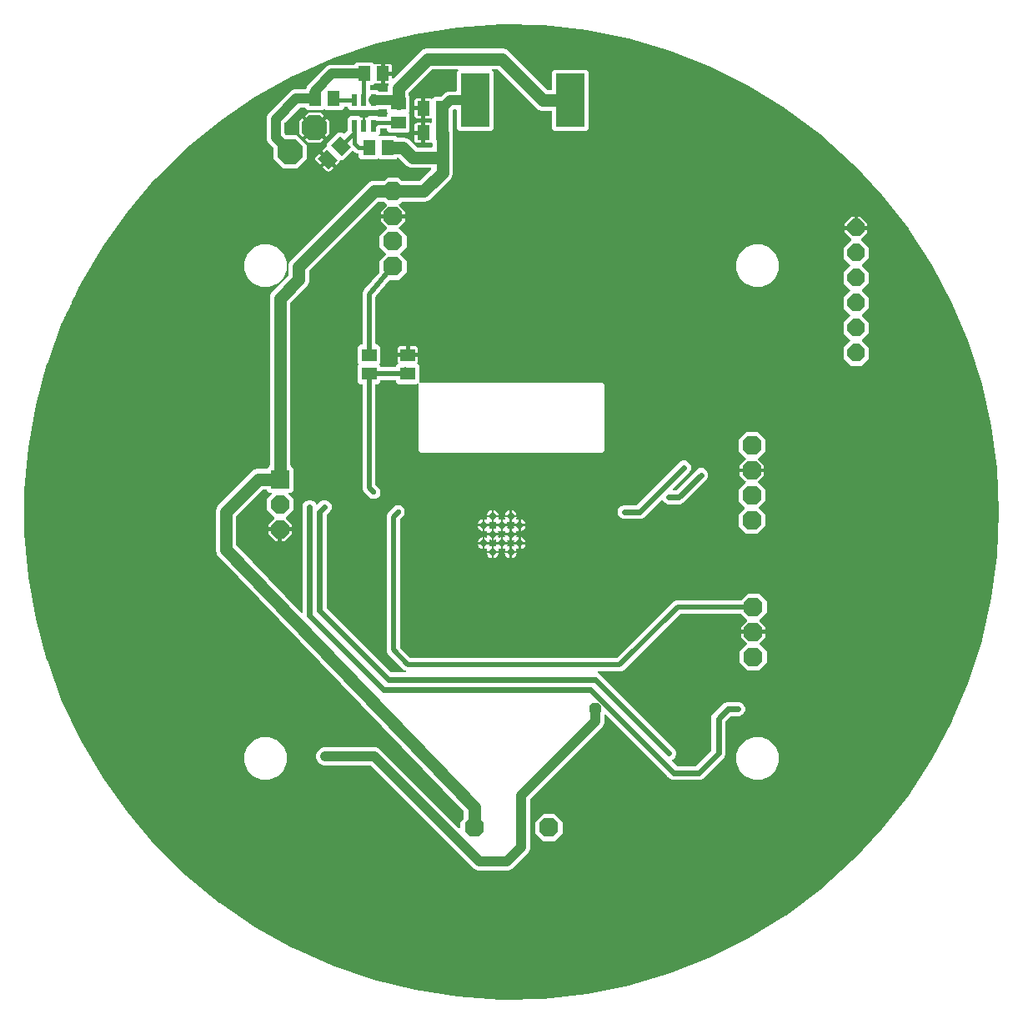
<source format=gbr>
G04 EAGLE Gerber RS-274X export*
G75*
%MOMM*%
%FSLAX34Y34*%
%LPD*%
%INBottom Copper*%
%IPPOS*%
%AMOC8*
5,1,8,0,0,1.08239X$1,22.5*%
G01*
%ADD10P,2.749271X8X247.500000*%
%ADD11R,1.500000X1.300000*%
%ADD12R,1.879600X1.879600*%
%ADD13P,2.034460X8X22.500000*%
%ADD14P,2.089446X8X22.500000*%
%ADD15P,2.089446X8X292.500000*%
%ADD16C,0.708000*%
%ADD17R,0.600000X1.200000*%
%ADD18R,1.300000X1.500000*%
%ADD19R,2.900000X5.400000*%
%ADD20P,1.924489X8X202.500000*%
%ADD21C,1.270000*%
%ADD22C,1.016000*%
%ADD23P,0.760271X8X22.500000*%
%ADD24P,1.244749X8X22.500000*%
%ADD25P,0.543793X8X22.500000*%
%ADD26P,1.298868X8X22.500000*%
%ADD27C,0.508000*%
%ADD28C,0.406400*%
%ADD29C,0.502400*%
%ADD30C,0.609600*%

G36*
X532797Y5915D02*
X532797Y5915D01*
X532846Y5923D01*
X532886Y5921D01*
X576335Y10747D01*
X576384Y10760D01*
X576424Y10761D01*
X619277Y19408D01*
X619324Y19425D01*
X619364Y19430D01*
X661285Y31830D01*
X661331Y31851D01*
X661370Y31860D01*
X702031Y47917D01*
X702075Y47942D01*
X702113Y47954D01*
X741195Y67541D01*
X741237Y67570D01*
X741274Y67585D01*
X778472Y90551D01*
X778511Y90583D01*
X778546Y90601D01*
X813570Y116764D01*
X813605Y116800D01*
X813639Y116821D01*
X846213Y145977D01*
X846245Y146016D01*
X846277Y146040D01*
X876147Y177961D01*
X876176Y178002D01*
X876205Y178029D01*
X903137Y212465D01*
X903162Y212509D01*
X903189Y212538D01*
X926972Y249219D01*
X926993Y249265D01*
X927017Y249297D01*
X947465Y287937D01*
X947482Y287984D01*
X947503Y288018D01*
X964456Y328313D01*
X964469Y328362D01*
X964487Y328398D01*
X977812Y370034D01*
X977821Y370084D01*
X977836Y370121D01*
X987429Y412772D01*
X987433Y412822D01*
X987445Y412860D01*
X993231Y456192D01*
X993230Y456242D01*
X993239Y456281D01*
X995172Y499955D01*
X995167Y500005D01*
X995172Y500045D01*
X993239Y543719D01*
X993229Y543768D01*
X993231Y543808D01*
X987445Y587140D01*
X987431Y587189D01*
X987429Y587228D01*
X977836Y629879D01*
X977818Y629927D01*
X977812Y629966D01*
X964487Y671602D01*
X964465Y671648D01*
X964456Y671687D01*
X947503Y711982D01*
X947477Y712026D01*
X947465Y712063D01*
X927017Y750703D01*
X926987Y750744D01*
X926972Y750781D01*
X903189Y787462D01*
X903156Y787500D01*
X903137Y787535D01*
X876205Y821971D01*
X876169Y822006D01*
X876147Y822039D01*
X846277Y853960D01*
X846238Y853992D01*
X846213Y854023D01*
X813639Y883179D01*
X813597Y883207D01*
X813570Y883236D01*
X778546Y909399D01*
X778502Y909423D01*
X778472Y909449D01*
X741274Y932415D01*
X741227Y932435D01*
X741195Y932459D01*
X702113Y952046D01*
X702065Y952063D01*
X702031Y952083D01*
X661370Y968140D01*
X661321Y968152D01*
X661285Y968170D01*
X619364Y980570D01*
X619314Y980578D01*
X619277Y980592D01*
X576424Y989239D01*
X576374Y989242D01*
X576335Y989253D01*
X532886Y994079D01*
X532836Y994078D01*
X532796Y994085D01*
X489091Y995052D01*
X489040Y995046D01*
X489001Y995050D01*
X445381Y992151D01*
X445331Y992140D01*
X445291Y992141D01*
X402098Y985398D01*
X402050Y985383D01*
X402010Y985380D01*
X359582Y974846D01*
X359535Y974827D01*
X359495Y974820D01*
X318164Y960577D01*
X318119Y960554D01*
X318081Y960544D01*
X278170Y942704D01*
X278127Y942677D01*
X278090Y942664D01*
X239912Y921366D01*
X239872Y921336D01*
X239835Y921319D01*
X203689Y896731D01*
X203652Y896697D01*
X203617Y896677D01*
X169785Y868990D01*
X169751Y868953D01*
X169719Y868931D01*
X138466Y838362D01*
X138445Y838334D01*
X138418Y838312D01*
X138412Y838303D01*
X138405Y838297D01*
X109977Y805086D01*
X109949Y805043D01*
X109921Y805015D01*
X84539Y769422D01*
X84516Y769377D01*
X84490Y769346D01*
X62354Y731649D01*
X62334Y731602D01*
X62312Y731569D01*
X62179Y731290D01*
X61698Y730275D01*
X61217Y729260D01*
X59293Y725199D01*
X58812Y724184D01*
X58812Y724183D01*
X58331Y723168D01*
X56407Y719107D01*
X55926Y718092D01*
X55445Y717077D01*
X53521Y713016D01*
X53040Y712001D01*
X53040Y712000D01*
X52559Y710985D01*
X50634Y706924D01*
X50153Y705909D01*
X49672Y704894D01*
X47748Y700833D01*
X47267Y699818D01*
X47267Y699817D01*
X46786Y698802D01*
X44862Y694741D01*
X44381Y693726D01*
X43900Y692711D01*
X43593Y692063D01*
X43578Y692015D01*
X43558Y691980D01*
X28404Y650974D01*
X28394Y650925D01*
X28377Y650889D01*
X16907Y608704D01*
X16900Y608654D01*
X16887Y608616D01*
X9190Y565582D01*
X9189Y565546D01*
X9185Y565534D01*
X9184Y565517D01*
X9178Y565493D01*
X5314Y521948D01*
X5317Y521898D01*
X5310Y521858D01*
X5310Y478142D01*
X5317Y478092D01*
X5314Y478052D01*
X9178Y434507D01*
X9190Y434457D01*
X9190Y434418D01*
X16887Y391384D01*
X16903Y391336D01*
X16907Y391296D01*
X28377Y349111D01*
X28397Y349065D01*
X28404Y349026D01*
X43558Y308020D01*
X43582Y307975D01*
X43593Y307937D01*
X62312Y268431D01*
X62339Y268389D01*
X62354Y268351D01*
X84490Y230654D01*
X84522Y230614D01*
X84539Y230578D01*
X109921Y194985D01*
X109956Y194949D01*
X109977Y194914D01*
X138405Y161703D01*
X138443Y161670D01*
X138466Y161638D01*
X169719Y131069D01*
X169759Y131040D01*
X169785Y131010D01*
X203617Y103323D01*
X203660Y103297D01*
X203689Y103269D01*
X239835Y78681D01*
X239881Y78659D01*
X239912Y78634D01*
X278090Y57336D01*
X278137Y57318D01*
X278170Y57296D01*
X318081Y39456D01*
X318129Y39442D01*
X318164Y39423D01*
X359495Y25180D01*
X359545Y25170D01*
X359582Y25154D01*
X402010Y14620D01*
X402060Y14615D01*
X402098Y14602D01*
X445291Y7859D01*
X445342Y7859D01*
X445381Y7849D01*
X489001Y4950D01*
X489051Y4954D01*
X489091Y4948D01*
X532797Y5915D01*
G37*
%LPC*%
G36*
X465681Y135855D02*
X465681Y135855D01*
X462320Y137247D01*
X459605Y139963D01*
X357009Y242558D01*
X356940Y242610D01*
X356876Y242670D01*
X356826Y242696D01*
X356782Y242729D01*
X356701Y242760D01*
X356623Y242800D01*
X356575Y242808D01*
X356517Y242830D01*
X356369Y242842D01*
X356292Y242855D01*
X309181Y242855D01*
X305820Y244247D01*
X303247Y246820D01*
X301855Y250181D01*
X301855Y253819D01*
X303247Y257180D01*
X305820Y259753D01*
X309181Y261145D01*
X362319Y261145D01*
X365680Y259753D01*
X368395Y257037D01*
X446550Y178882D01*
X446574Y178865D01*
X446593Y178842D01*
X446687Y178780D01*
X446777Y178712D01*
X446805Y178701D01*
X446829Y178685D01*
X446937Y178651D01*
X447043Y178610D01*
X447072Y178608D01*
X447100Y178599D01*
X447214Y178596D01*
X447326Y178587D01*
X447355Y178593D01*
X447384Y178592D01*
X447494Y178620D01*
X447605Y178643D01*
X447631Y178656D01*
X447659Y178664D01*
X447757Y178721D01*
X447857Y178774D01*
X447879Y178794D01*
X447904Y178809D01*
X447981Y178891D01*
X448063Y178969D01*
X448078Y178995D01*
X448098Y179016D01*
X448150Y179117D01*
X448207Y179215D01*
X448214Y179243D01*
X448228Y179269D01*
X448241Y179347D01*
X448277Y179490D01*
X448275Y179553D01*
X448283Y179600D01*
X448283Y185282D01*
X451288Y188286D01*
X451340Y188356D01*
X451400Y188420D01*
X451426Y188469D01*
X451459Y188513D01*
X451490Y188595D01*
X451530Y188673D01*
X451538Y188721D01*
X451560Y188779D01*
X451572Y188927D01*
X451585Y189004D01*
X451585Y195491D01*
X451574Y195568D01*
X451573Y195646D01*
X451555Y195708D01*
X451545Y195773D01*
X451514Y195844D01*
X451491Y195918D01*
X451460Y195964D01*
X451429Y196032D01*
X451346Y196131D01*
X451302Y196195D01*
X202571Y454796D01*
X202563Y454802D01*
X202558Y454810D01*
X201137Y456231D01*
X201064Y456354D01*
X200343Y458195D01*
X200338Y458204D01*
X200336Y458213D01*
X199567Y460069D01*
X199547Y460211D01*
X199585Y462188D01*
X199584Y462199D01*
X199585Y462208D01*
X199585Y502072D01*
X201171Y505900D01*
X237500Y542229D01*
X241328Y543815D01*
X250472Y543815D01*
X250530Y543823D01*
X250588Y543821D01*
X250670Y543843D01*
X250754Y543855D01*
X250807Y543878D01*
X250863Y543893D01*
X250936Y543936D01*
X251013Y543971D01*
X251058Y544009D01*
X251108Y544038D01*
X251166Y544100D01*
X251230Y544154D01*
X251262Y544203D01*
X251302Y544246D01*
X251341Y544321D01*
X251369Y544364D01*
X253995Y546989D01*
X254061Y547019D01*
X254106Y547057D01*
X254156Y547086D01*
X254214Y547148D01*
X254278Y547202D01*
X254310Y547251D01*
X254350Y547294D01*
X254389Y547369D01*
X254436Y547439D01*
X254453Y547495D01*
X254480Y547547D01*
X254491Y547615D01*
X254521Y547710D01*
X254524Y547810D01*
X254535Y547878D01*
X254535Y718924D01*
X256121Y722752D01*
X273298Y739929D01*
X273350Y739999D01*
X273410Y740063D01*
X273436Y740112D01*
X273469Y740156D01*
X273500Y740238D01*
X273540Y740316D01*
X273548Y740364D01*
X273570Y740422D01*
X273582Y740570D01*
X273595Y740647D01*
X273595Y751373D01*
X275181Y755201D01*
X354409Y834429D01*
X358237Y836015D01*
X370196Y836015D01*
X370282Y836027D01*
X370370Y836030D01*
X370423Y836047D01*
X370477Y836055D01*
X370557Y836090D01*
X370640Y836117D01*
X370680Y836145D01*
X370737Y836171D01*
X370850Y836267D01*
X370914Y836312D01*
X373918Y839317D01*
X385282Y839317D01*
X388286Y836312D01*
X388356Y836260D01*
X388420Y836200D01*
X388469Y836174D01*
X388513Y836141D01*
X388595Y836110D01*
X388673Y836070D01*
X388721Y836062D01*
X388779Y836040D01*
X388927Y836028D01*
X389004Y836015D01*
X405866Y836015D01*
X405952Y836027D01*
X406040Y836030D01*
X406092Y836047D01*
X406147Y836055D01*
X406227Y836090D01*
X406310Y836117D01*
X406349Y836145D01*
X406406Y836171D01*
X406520Y836267D01*
X406583Y836312D01*
X418123Y847852D01*
X418141Y847876D01*
X418163Y847895D01*
X418226Y847989D01*
X418294Y848079D01*
X418305Y848107D01*
X418321Y848131D01*
X418355Y848239D01*
X418396Y848345D01*
X418398Y848374D01*
X418407Y848402D01*
X418410Y848516D01*
X418419Y848628D01*
X418413Y848657D01*
X418414Y848686D01*
X418386Y848796D01*
X418363Y848907D01*
X418350Y848933D01*
X418342Y848961D01*
X418284Y849059D01*
X418232Y849159D01*
X418212Y849181D01*
X418197Y849206D01*
X418115Y849283D01*
X418036Y849365D01*
X418011Y849380D01*
X417990Y849400D01*
X417889Y849452D01*
X417791Y849509D01*
X417763Y849516D01*
X417737Y849530D01*
X417659Y849543D01*
X417516Y849579D01*
X417453Y849577D01*
X417406Y849585D01*
X397428Y849585D01*
X393600Y851171D01*
X385483Y859288D01*
X385414Y859340D01*
X385350Y859400D01*
X385300Y859426D01*
X385256Y859459D01*
X385175Y859490D01*
X385097Y859530D01*
X385049Y859538D01*
X384991Y859560D01*
X384843Y859572D01*
X384766Y859585D01*
X384254Y859585D01*
X384168Y859573D01*
X384080Y859570D01*
X384028Y859553D01*
X383973Y859545D01*
X383893Y859510D01*
X383810Y859483D01*
X383770Y859455D01*
X383713Y859429D01*
X383600Y859333D01*
X383536Y859288D01*
X382684Y858435D01*
X366316Y858435D01*
X365718Y859034D01*
X365671Y859069D01*
X365631Y859111D01*
X365558Y859154D01*
X365491Y859205D01*
X365436Y859225D01*
X365386Y859255D01*
X365304Y859276D01*
X365225Y859306D01*
X365167Y859311D01*
X365110Y859325D01*
X365026Y859322D01*
X364942Y859329D01*
X364884Y859318D01*
X364826Y859316D01*
X364746Y859290D01*
X364663Y859274D01*
X364611Y859247D01*
X364555Y859229D01*
X364499Y859188D01*
X364411Y859143D01*
X364338Y859074D01*
X364282Y859034D01*
X363684Y858435D01*
X347316Y858435D01*
X344935Y860816D01*
X344935Y862888D01*
X344928Y862938D01*
X344929Y862950D01*
X344927Y862955D01*
X344929Y863004D01*
X344907Y863086D01*
X344895Y863170D01*
X344872Y863223D01*
X344857Y863279D01*
X344814Y863352D01*
X344779Y863429D01*
X344741Y863474D01*
X344712Y863524D01*
X344650Y863582D01*
X344596Y863646D01*
X344547Y863678D01*
X344504Y863718D01*
X344429Y863757D01*
X344359Y863804D01*
X344303Y863821D01*
X344251Y863848D01*
X344183Y863859D01*
X344088Y863889D01*
X343988Y863892D01*
X343920Y863903D01*
X343787Y863903D01*
X341546Y864831D01*
X339689Y866689D01*
X339584Y866793D01*
X339538Y866829D01*
X339497Y866871D01*
X339425Y866914D01*
X339357Y866964D01*
X339303Y866985D01*
X339252Y867015D01*
X339171Y867036D01*
X339092Y867066D01*
X339033Y867071D01*
X338977Y867085D01*
X338892Y867082D01*
X338808Y867089D01*
X338751Y867078D01*
X338692Y867076D01*
X338612Y867050D01*
X338530Y867033D01*
X338478Y867006D01*
X338422Y866988D01*
X338366Y866948D01*
X338277Y866902D01*
X338205Y866834D01*
X338149Y866794D01*
X329108Y857753D01*
X326639Y857753D01*
X326572Y857744D01*
X326503Y857744D01*
X326431Y857724D01*
X326358Y857713D01*
X326295Y857686D01*
X326230Y857667D01*
X326166Y857628D01*
X326098Y857597D01*
X326046Y857553D01*
X325988Y857517D01*
X325938Y857462D01*
X325881Y857414D01*
X325843Y857357D01*
X325798Y857306D01*
X325772Y857249D01*
X325724Y857177D01*
X325689Y857068D01*
X325658Y857001D01*
X325550Y856595D01*
X325215Y856015D01*
X321819Y852619D01*
X315437Y859000D01*
X315391Y859035D01*
X315350Y859078D01*
X315277Y859121D01*
X315210Y859171D01*
X315155Y859192D01*
X315105Y859222D01*
X315023Y859242D01*
X314944Y859272D01*
X314886Y859277D01*
X314829Y859292D01*
X314745Y859289D01*
X314661Y859296D01*
X314604Y859284D01*
X314545Y859283D01*
X314465Y859257D01*
X314382Y859240D01*
X314330Y859213D01*
X314275Y859195D01*
X314219Y859155D01*
X314130Y859109D01*
X314058Y859040D01*
X314001Y859000D01*
X313283Y858281D01*
X313281Y858282D01*
X314000Y859001D01*
X314035Y859048D01*
X314078Y859088D01*
X314121Y859161D01*
X314171Y859229D01*
X314192Y859283D01*
X314222Y859334D01*
X314242Y859415D01*
X314272Y859494D01*
X314277Y859553D01*
X314292Y859609D01*
X314289Y859694D01*
X314296Y859778D01*
X314284Y859835D01*
X314283Y859893D01*
X314257Y859974D01*
X314240Y860056D01*
X314213Y860108D01*
X314195Y860164D01*
X314155Y860220D01*
X314109Y860309D01*
X314040Y860381D01*
X314000Y860437D01*
X307619Y866819D01*
X311015Y870215D01*
X311595Y870550D01*
X312001Y870658D01*
X312064Y870685D01*
X312129Y870702D01*
X312194Y870740D01*
X312262Y870770D01*
X312315Y870813D01*
X312374Y870847D01*
X312425Y870902D01*
X312483Y870949D01*
X312522Y871005D01*
X312568Y871055D01*
X312602Y871121D01*
X312645Y871183D01*
X312667Y871247D01*
X312698Y871308D01*
X312708Y871370D01*
X312736Y871452D01*
X312741Y871566D01*
X312753Y871639D01*
X312753Y874108D01*
X324327Y885682D01*
X327694Y885682D01*
X329159Y884217D01*
X329206Y884182D01*
X329246Y884139D01*
X329319Y884097D01*
X329386Y884046D01*
X329441Y884025D01*
X329491Y883996D01*
X329573Y883975D01*
X329652Y883945D01*
X329710Y883940D01*
X329767Y883925D01*
X329851Y883928D01*
X329935Y883921D01*
X329992Y883933D01*
X330051Y883934D01*
X330131Y883960D01*
X330214Y883977D01*
X330266Y884004D01*
X330321Y884022D01*
X330378Y884062D01*
X330466Y884108D01*
X330539Y884177D01*
X330595Y884217D01*
X333138Y886760D01*
X333190Y886830D01*
X333250Y886894D01*
X333276Y886943D01*
X333309Y886987D01*
X333340Y887069D01*
X333380Y887147D01*
X333388Y887194D01*
X333410Y887253D01*
X333422Y887401D01*
X333435Y887478D01*
X333435Y899684D01*
X335816Y902065D01*
X345184Y902065D01*
X346410Y900838D01*
X346480Y900786D01*
X346544Y900726D01*
X346593Y900700D01*
X346638Y900667D01*
X346719Y900636D01*
X346797Y900596D01*
X346845Y900588D01*
X346903Y900566D01*
X347051Y900554D01*
X347128Y900541D01*
X348501Y900541D01*
X348501Y892484D01*
X348509Y892426D01*
X348507Y892368D01*
X348529Y892286D01*
X348541Y892203D01*
X348564Y892149D01*
X348579Y892093D01*
X348622Y892020D01*
X348657Y891943D01*
X348695Y891899D01*
X348724Y891848D01*
X348786Y891791D01*
X348840Y891726D01*
X348889Y891694D01*
X348932Y891654D01*
X349007Y891615D01*
X349077Y891569D01*
X349133Y891551D01*
X349185Y891524D01*
X349253Y891513D01*
X349348Y891483D01*
X349448Y891480D01*
X349516Y891469D01*
X350484Y891469D01*
X350542Y891477D01*
X350600Y891476D01*
X350682Y891497D01*
X350766Y891509D01*
X350819Y891533D01*
X350875Y891547D01*
X350948Y891591D01*
X351025Y891625D01*
X351070Y891663D01*
X351120Y891693D01*
X351178Y891754D01*
X351242Y891809D01*
X351274Y891857D01*
X351314Y891900D01*
X351353Y891975D01*
X351400Y892045D01*
X351417Y892101D01*
X351444Y892153D01*
X351455Y892221D01*
X351485Y892316D01*
X351488Y892416D01*
X351499Y892484D01*
X351499Y900541D01*
X352872Y900541D01*
X352958Y900553D01*
X353046Y900556D01*
X353098Y900573D01*
X353153Y900581D01*
X353233Y900616D01*
X353316Y900643D01*
X353356Y900671D01*
X353413Y900697D01*
X353526Y900793D01*
X353590Y900838D01*
X354816Y902065D01*
X364184Y902065D01*
X364354Y901894D01*
X364424Y901842D01*
X364488Y901782D01*
X364537Y901756D01*
X364581Y901723D01*
X364663Y901692D01*
X364741Y901652D01*
X364789Y901644D01*
X364847Y901622D01*
X364995Y901610D01*
X365072Y901597D01*
X372420Y901597D01*
X372478Y901605D01*
X372536Y901603D01*
X372618Y901625D01*
X372702Y901637D01*
X372755Y901660D01*
X372811Y901675D01*
X372884Y901718D01*
X372961Y901753D01*
X373006Y901791D01*
X373056Y901820D01*
X373114Y901882D01*
X373178Y901936D01*
X373210Y901985D01*
X373250Y902028D01*
X373289Y902103D01*
X373336Y902173D01*
X373353Y902229D01*
X373380Y902281D01*
X373391Y902349D01*
X373421Y902444D01*
X373424Y902544D01*
X373435Y902612D01*
X373435Y903684D01*
X374034Y904282D01*
X374069Y904329D01*
X374111Y904369D01*
X374154Y904442D01*
X374205Y904509D01*
X374225Y904564D01*
X374255Y904614D01*
X374276Y904696D01*
X374306Y904775D01*
X374311Y904833D01*
X374325Y904890D01*
X374322Y904974D01*
X374329Y905058D01*
X374318Y905116D01*
X374316Y905174D01*
X374290Y905254D01*
X374274Y905337D01*
X374247Y905389D01*
X374229Y905445D01*
X374189Y905501D01*
X374143Y905589D01*
X374074Y905662D01*
X374034Y905718D01*
X373435Y906316D01*
X373435Y907840D01*
X373427Y907898D01*
X373429Y907956D01*
X373407Y908038D01*
X373395Y908122D01*
X373372Y908175D01*
X373357Y908231D01*
X373314Y908304D01*
X373279Y908381D01*
X373241Y908426D01*
X373212Y908476D01*
X373150Y908534D01*
X373096Y908598D01*
X373047Y908630D01*
X373004Y908670D01*
X372929Y908709D01*
X372859Y908756D01*
X372803Y908773D01*
X372751Y908800D01*
X372683Y908811D01*
X372588Y908841D01*
X372488Y908844D01*
X372420Y908855D01*
X365524Y908855D01*
X365438Y908843D01*
X365350Y908840D01*
X365297Y908823D01*
X365243Y908815D01*
X365163Y908780D01*
X365080Y908753D01*
X365040Y908725D01*
X364983Y908699D01*
X364870Y908603D01*
X364806Y908558D01*
X364184Y907935D01*
X335816Y907935D01*
X333435Y910316D01*
X333435Y910888D01*
X333427Y910946D01*
X333429Y911004D01*
X333407Y911086D01*
X333395Y911170D01*
X333372Y911223D01*
X333357Y911279D01*
X333314Y911352D01*
X333279Y911429D01*
X333241Y911474D01*
X333212Y911524D01*
X333150Y911582D01*
X333096Y911646D01*
X333047Y911678D01*
X333004Y911718D01*
X332929Y911757D01*
X332859Y911804D01*
X332803Y911821D01*
X332751Y911848D01*
X332683Y911859D01*
X332588Y911889D01*
X332488Y911892D01*
X332420Y911903D01*
X331080Y911903D01*
X331022Y911895D01*
X330964Y911897D01*
X330882Y911875D01*
X330798Y911863D01*
X330745Y911840D01*
X330689Y911825D01*
X330616Y911782D01*
X330539Y911747D01*
X330494Y911709D01*
X330444Y911680D01*
X330386Y911618D01*
X330322Y911564D01*
X330290Y911515D01*
X330250Y911472D01*
X330211Y911397D01*
X330164Y911327D01*
X330147Y911271D01*
X330120Y911219D01*
X330109Y911151D01*
X330079Y911056D01*
X330076Y910956D01*
X330065Y910888D01*
X330065Y910816D01*
X327684Y908435D01*
X311316Y908435D01*
X310718Y909034D01*
X310671Y909069D01*
X310631Y909111D01*
X310558Y909154D01*
X310491Y909205D01*
X310436Y909225D01*
X310386Y909255D01*
X310304Y909276D01*
X310225Y909306D01*
X310167Y909311D01*
X310110Y909325D01*
X310026Y909322D01*
X309942Y909329D01*
X309884Y909318D01*
X309826Y909316D01*
X309746Y909290D01*
X309663Y909274D01*
X309611Y909247D01*
X309555Y909229D01*
X309499Y909189D01*
X309411Y909143D01*
X309338Y909074D01*
X309282Y909034D01*
X308684Y908435D01*
X292316Y908435D01*
X290194Y910558D01*
X290124Y910610D01*
X290060Y910670D01*
X290011Y910696D01*
X289966Y910729D01*
X289885Y910760D01*
X289807Y910800D01*
X289759Y910808D01*
X289701Y910830D01*
X289553Y910842D01*
X289476Y910855D01*
X285708Y910855D01*
X285622Y910843D01*
X285534Y910840D01*
X285482Y910823D01*
X285427Y910815D01*
X285347Y910780D01*
X285264Y910753D01*
X285225Y910725D01*
X285168Y910699D01*
X285054Y910603D01*
X284991Y910558D01*
X269942Y895509D01*
X269890Y895440D01*
X269830Y895376D01*
X269804Y895326D01*
X269771Y895282D01*
X269740Y895201D01*
X269700Y895123D01*
X269692Y895075D01*
X269670Y895017D01*
X269658Y894869D01*
X269645Y894792D01*
X269645Y884617D01*
X269657Y884530D01*
X269660Y884443D01*
X269677Y884390D01*
X269685Y884335D01*
X269720Y884256D01*
X269747Y884172D01*
X269775Y884133D01*
X269801Y884076D01*
X269897Y883963D01*
X269942Y883899D01*
X271075Y882766D01*
X271145Y882714D01*
X271209Y882654D01*
X271258Y882629D01*
X271302Y882595D01*
X271384Y882564D01*
X271462Y882524D01*
X271509Y882517D01*
X271568Y882494D01*
X271715Y882482D01*
X271793Y882469D01*
X282148Y882469D01*
X291969Y872648D01*
X291969Y858760D01*
X282148Y848940D01*
X268260Y848940D01*
X258440Y858760D01*
X258440Y869116D01*
X258427Y869202D01*
X258425Y869290D01*
X258408Y869343D01*
X258400Y869397D01*
X258364Y869477D01*
X258337Y869560D01*
X258309Y869600D01*
X258283Y869657D01*
X258188Y869770D01*
X258142Y869834D01*
X255463Y872513D01*
X252747Y875228D01*
X251355Y878590D01*
X251355Y900819D01*
X252747Y904180D01*
X273605Y925037D01*
X276320Y927753D01*
X279681Y929145D01*
X289476Y929145D01*
X289562Y929157D01*
X289650Y929160D01*
X289702Y929177D01*
X289757Y929185D01*
X289837Y929220D01*
X289920Y929247D01*
X289960Y929275D01*
X290017Y929301D01*
X290130Y929397D01*
X290194Y929442D01*
X291767Y931016D01*
X291786Y931040D01*
X291809Y931060D01*
X291851Y931127D01*
X291938Y931243D01*
X291961Y931303D01*
X291987Y931345D01*
X292747Y933180D01*
X312320Y952753D01*
X315681Y954145D01*
X339476Y954145D01*
X339562Y954157D01*
X339650Y954160D01*
X339702Y954177D01*
X339757Y954185D01*
X339837Y954220D01*
X339920Y954247D01*
X339960Y954275D01*
X340017Y954301D01*
X340130Y954397D01*
X340194Y954442D01*
X342316Y956565D01*
X358684Y956565D01*
X360430Y954819D01*
X360484Y954778D01*
X360532Y954729D01*
X360597Y954693D01*
X360657Y954648D01*
X360721Y954623D01*
X360780Y954590D01*
X360853Y954573D01*
X360923Y954547D01*
X360991Y954541D01*
X361057Y954525D01*
X361131Y954529D01*
X361206Y954523D01*
X361273Y954536D01*
X361341Y954540D01*
X361400Y954562D01*
X361485Y954579D01*
X361586Y954631D01*
X361655Y954657D01*
X362019Y954868D01*
X362666Y955041D01*
X367469Y955041D01*
X367469Y946016D01*
X367476Y945969D01*
X367475Y945968D01*
X367476Y945967D01*
X367477Y945958D01*
X367475Y945900D01*
X367497Y945818D01*
X367509Y945735D01*
X367533Y945681D01*
X367547Y945625D01*
X367590Y945552D01*
X367625Y945475D01*
X367663Y945431D01*
X367693Y945380D01*
X367754Y945323D01*
X367809Y945258D01*
X367857Y945226D01*
X367900Y945186D01*
X367975Y945147D01*
X368045Y945101D01*
X368101Y945083D01*
X368153Y945056D01*
X368221Y945045D01*
X368316Y945015D01*
X368416Y945012D01*
X368484Y945001D01*
X369501Y945001D01*
X369501Y944999D01*
X368484Y944999D01*
X368426Y944991D01*
X368368Y944992D01*
X368286Y944971D01*
X368203Y944959D01*
X368149Y944935D01*
X368093Y944921D01*
X368020Y944878D01*
X367943Y944843D01*
X367898Y944805D01*
X367848Y944775D01*
X367790Y944714D01*
X367726Y944659D01*
X367694Y944611D01*
X367654Y944568D01*
X367615Y944493D01*
X367569Y944423D01*
X367551Y944367D01*
X367524Y944315D01*
X367513Y944247D01*
X367483Y944152D01*
X367480Y944052D01*
X367469Y943984D01*
X367469Y934959D01*
X362666Y934959D01*
X362019Y935132D01*
X361655Y935343D01*
X361592Y935368D01*
X361533Y935403D01*
X361461Y935421D01*
X361392Y935449D01*
X361324Y935456D01*
X361258Y935473D01*
X361183Y935470D01*
X361109Y935478D01*
X361042Y935466D01*
X360974Y935464D01*
X360902Y935441D01*
X360829Y935427D01*
X360768Y935397D01*
X360703Y935376D01*
X360652Y935340D01*
X360574Y935301D01*
X360490Y935224D01*
X360430Y935181D01*
X358684Y933435D01*
X357112Y933435D01*
X357054Y933427D01*
X356996Y933429D01*
X356914Y933407D01*
X356830Y933395D01*
X356777Y933372D01*
X356721Y933357D01*
X356648Y933314D01*
X356571Y933279D01*
X356526Y933241D01*
X356476Y933212D01*
X356418Y933150D01*
X356354Y933096D01*
X356322Y933047D01*
X356282Y933004D01*
X356243Y932929D01*
X356196Y932859D01*
X356179Y932803D01*
X356152Y932751D01*
X356141Y932683D01*
X356111Y932588D01*
X356108Y932488D01*
X356097Y932420D01*
X356097Y929080D01*
X356105Y929022D01*
X356103Y928964D01*
X356125Y928882D01*
X356137Y928798D01*
X356160Y928745D01*
X356175Y928689D01*
X356218Y928616D01*
X356253Y928539D01*
X356291Y928494D01*
X356320Y928444D01*
X356382Y928386D01*
X356436Y928322D01*
X356485Y928290D01*
X356528Y928250D01*
X356603Y928211D01*
X356673Y928164D01*
X356729Y928147D01*
X356781Y928120D01*
X356849Y928109D01*
X356944Y928079D01*
X357044Y928076D01*
X357112Y928065D01*
X364184Y928065D01*
X364806Y927442D01*
X364876Y927390D01*
X364940Y927330D01*
X364989Y927304D01*
X365033Y927271D01*
X365115Y927240D01*
X365193Y927200D01*
X365241Y927192D01*
X365299Y927170D01*
X365447Y927158D01*
X365524Y927145D01*
X373570Y927145D01*
X373628Y927153D01*
X373686Y927151D01*
X373768Y927173D01*
X373852Y927185D01*
X373905Y927208D01*
X373961Y927223D01*
X374034Y927266D01*
X374111Y927301D01*
X374156Y927339D01*
X374206Y927368D01*
X374264Y927430D01*
X374328Y927484D01*
X374360Y927533D01*
X374400Y927576D01*
X374439Y927651D01*
X374486Y927721D01*
X374503Y927777D01*
X374530Y927829D01*
X374541Y927897D01*
X374571Y927992D01*
X374574Y928092D01*
X374585Y928160D01*
X374585Y932072D01*
X375200Y933555D01*
X375229Y933667D01*
X375263Y933776D01*
X375264Y933804D01*
X375271Y933831D01*
X375268Y933945D01*
X375271Y934060D01*
X375263Y934087D01*
X375263Y934115D01*
X375228Y934224D01*
X375199Y934335D01*
X375185Y934359D01*
X375176Y934386D01*
X375112Y934481D01*
X375053Y934580D01*
X375033Y934599D01*
X375018Y934622D01*
X374930Y934696D01*
X374846Y934774D01*
X374821Y934787D01*
X374800Y934805D01*
X374695Y934851D01*
X374593Y934904D01*
X374568Y934908D01*
X374540Y934920D01*
X374277Y934957D01*
X374262Y934959D01*
X371531Y934959D01*
X371531Y942969D01*
X378541Y942969D01*
X378541Y940720D01*
X378545Y940691D01*
X378542Y940662D01*
X378565Y940551D01*
X378581Y940439D01*
X378593Y940412D01*
X378598Y940383D01*
X378650Y940283D01*
X378697Y940180D01*
X378716Y940157D01*
X378729Y940131D01*
X378807Y940049D01*
X378880Y939963D01*
X378905Y939946D01*
X378925Y939925D01*
X379023Y939868D01*
X379117Y939805D01*
X379145Y939796D01*
X379170Y939781D01*
X379280Y939753D01*
X379388Y939719D01*
X379418Y939718D01*
X379446Y939711D01*
X379559Y939715D01*
X379672Y939712D01*
X379701Y939719D01*
X379730Y939720D01*
X379838Y939755D01*
X379947Y939784D01*
X379973Y939799D01*
X380001Y939808D01*
X380064Y939853D01*
X380192Y939929D01*
X380235Y939975D01*
X380274Y940003D01*
X409100Y968829D01*
X412928Y970415D01*
X492072Y970415D01*
X495900Y968829D01*
X536017Y928712D01*
X536086Y928660D01*
X536150Y928600D01*
X536200Y928574D01*
X536244Y928541D01*
X536325Y928510D01*
X536403Y928470D01*
X536451Y928462D01*
X536509Y928440D01*
X536657Y928428D01*
X536734Y928415D01*
X540420Y928415D01*
X540478Y928423D01*
X540536Y928421D01*
X540618Y928443D01*
X540702Y928455D01*
X540755Y928478D01*
X540811Y928493D01*
X540884Y928536D01*
X540961Y928571D01*
X541006Y928609D01*
X541056Y928638D01*
X541114Y928700D01*
X541178Y928754D01*
X541210Y928803D01*
X541250Y928846D01*
X541289Y928921D01*
X541336Y928991D01*
X541353Y929047D01*
X541380Y929099D01*
X541391Y929167D01*
X541421Y929262D01*
X541424Y929362D01*
X541435Y929430D01*
X541435Y946684D01*
X543816Y949065D01*
X576184Y949065D01*
X578565Y946684D01*
X578565Y889316D01*
X576184Y886935D01*
X543816Y886935D01*
X541435Y889316D01*
X541435Y906570D01*
X541427Y906628D01*
X541429Y906686D01*
X541407Y906768D01*
X541395Y906852D01*
X541372Y906905D01*
X541357Y906961D01*
X541314Y907034D01*
X541279Y907111D01*
X541241Y907156D01*
X541212Y907206D01*
X541150Y907264D01*
X541096Y907328D01*
X541047Y907360D01*
X541004Y907400D01*
X540929Y907439D01*
X540859Y907486D01*
X540803Y907503D01*
X540751Y907530D01*
X540683Y907541D01*
X540588Y907571D01*
X540488Y907574D01*
X540420Y907585D01*
X529928Y907585D01*
X526100Y909171D01*
X485983Y949288D01*
X485914Y949340D01*
X485850Y949400D01*
X485800Y949426D01*
X485756Y949459D01*
X485675Y949490D01*
X485597Y949530D01*
X485549Y949538D01*
X485491Y949560D01*
X485343Y949572D01*
X485266Y949585D01*
X481114Y949585D01*
X481085Y949581D01*
X481056Y949584D01*
X480945Y949561D01*
X480833Y949545D01*
X480806Y949533D01*
X480777Y949528D01*
X480676Y949475D01*
X480573Y949429D01*
X480551Y949410D01*
X480525Y949397D01*
X480443Y949319D01*
X480356Y949246D01*
X480340Y949221D01*
X480319Y949201D01*
X480262Y949103D01*
X480199Y949009D01*
X480190Y948981D01*
X480175Y948956D01*
X480147Y948846D01*
X480113Y948738D01*
X480112Y948708D01*
X480105Y948680D01*
X480108Y948567D01*
X480106Y948454D01*
X480113Y948425D01*
X480114Y948396D01*
X480149Y948288D01*
X480177Y948179D01*
X480192Y948153D01*
X480201Y948125D01*
X480247Y948061D01*
X480323Y947934D01*
X480368Y947891D01*
X480396Y947852D01*
X481565Y946684D01*
X481565Y889316D01*
X479184Y886935D01*
X446816Y886935D01*
X444435Y889316D01*
X444435Y907840D01*
X444427Y907898D01*
X444429Y907956D01*
X444407Y908038D01*
X444395Y908122D01*
X444372Y908175D01*
X444357Y908231D01*
X444314Y908304D01*
X444279Y908381D01*
X444241Y908426D01*
X444212Y908476D01*
X444150Y908534D01*
X444096Y908598D01*
X444047Y908630D01*
X444004Y908670D01*
X443929Y908709D01*
X443859Y908756D01*
X443803Y908773D01*
X443751Y908800D01*
X443683Y908811D01*
X443588Y908841D01*
X443488Y908844D01*
X443420Y908855D01*
X441708Y908855D01*
X441622Y908843D01*
X441534Y908840D01*
X441482Y908823D01*
X441427Y908815D01*
X441347Y908780D01*
X441264Y908753D01*
X441225Y908725D01*
X441168Y908699D01*
X441054Y908603D01*
X440991Y908558D01*
X440362Y907929D01*
X440310Y907860D01*
X440250Y907796D01*
X440224Y907746D01*
X440191Y907702D01*
X440160Y907621D01*
X440120Y907543D01*
X440112Y907495D01*
X440090Y907437D01*
X440078Y907289D01*
X440065Y907212D01*
X440065Y900768D01*
X440041Y900737D01*
X440010Y900655D01*
X439970Y900577D01*
X439962Y900529D01*
X439940Y900471D01*
X439928Y900323D01*
X439915Y900246D01*
X439915Y894754D01*
X439927Y894667D01*
X439930Y894580D01*
X439947Y894527D01*
X439955Y894473D01*
X439990Y894393D01*
X440017Y894310D01*
X440045Y894270D01*
X440065Y894227D01*
X440065Y887619D01*
X440069Y887588D01*
X440067Y887557D01*
X440084Y887480D01*
X440105Y887337D01*
X440131Y887278D01*
X440142Y887230D01*
X440415Y886572D01*
X440415Y842928D01*
X438829Y839100D01*
X416500Y816771D01*
X412672Y815185D01*
X389004Y815185D01*
X388918Y815173D01*
X388830Y815170D01*
X388777Y815153D01*
X388723Y815145D01*
X388643Y815110D01*
X388560Y815083D01*
X388520Y815055D01*
X388463Y815029D01*
X388350Y814933D01*
X388286Y814888D01*
X385939Y812540D01*
X385904Y812494D01*
X385861Y812453D01*
X385818Y812380D01*
X385768Y812313D01*
X385747Y812258D01*
X385717Y812208D01*
X385697Y812126D01*
X385667Y812047D01*
X385662Y811989D01*
X385647Y811932D01*
X385650Y811848D01*
X385643Y811764D01*
X385654Y811707D01*
X385656Y811648D01*
X385682Y811568D01*
X385699Y811485D01*
X385726Y811433D01*
X385744Y811378D01*
X385784Y811322D01*
X385830Y811233D01*
X385899Y811161D01*
X385939Y811105D01*
X391793Y805250D01*
X391793Y802231D01*
X380616Y802231D01*
X380558Y802223D01*
X380500Y802225D01*
X380418Y802203D01*
X380335Y802191D01*
X380281Y802167D01*
X380225Y802153D01*
X380152Y802110D01*
X380075Y802075D01*
X380031Y802037D01*
X379980Y802007D01*
X379923Y801946D01*
X379858Y801891D01*
X379826Y801843D01*
X379786Y801800D01*
X379747Y801725D01*
X379701Y801655D01*
X379683Y801599D01*
X379656Y801547D01*
X379645Y801479D01*
X379615Y801384D01*
X379612Y801284D01*
X379601Y801216D01*
X379601Y799184D01*
X379609Y799126D01*
X379608Y799068D01*
X379629Y798986D01*
X379641Y798903D01*
X379665Y798849D01*
X379679Y798793D01*
X379722Y798720D01*
X379757Y798643D01*
X379795Y798598D01*
X379825Y798548D01*
X379886Y798490D01*
X379941Y798426D01*
X379989Y798394D01*
X380032Y798354D01*
X380107Y798315D01*
X380177Y798269D01*
X380233Y798251D01*
X380285Y798224D01*
X380353Y798213D01*
X380448Y798183D01*
X380548Y798180D01*
X380616Y798169D01*
X391793Y798169D01*
X391793Y795150D01*
X385939Y789296D01*
X385904Y789249D01*
X385861Y789209D01*
X385818Y789136D01*
X385768Y789068D01*
X385747Y789014D01*
X385717Y788963D01*
X385697Y788882D01*
X385667Y788803D01*
X385662Y788744D01*
X385647Y788688D01*
X385650Y788603D01*
X385643Y788519D01*
X385654Y788462D01*
X385656Y788404D01*
X385682Y788323D01*
X385699Y788241D01*
X385726Y788189D01*
X385744Y788133D01*
X385784Y788077D01*
X385830Y787988D01*
X385899Y787916D01*
X385939Y787860D01*
X393317Y780482D01*
X393317Y769118D01*
X387016Y762818D01*
X386981Y762771D01*
X386939Y762731D01*
X386896Y762658D01*
X386845Y762591D01*
X386825Y762536D01*
X386795Y762486D01*
X386774Y762404D01*
X386744Y762325D01*
X386739Y762267D01*
X386725Y762210D01*
X386728Y762126D01*
X386721Y762042D01*
X386732Y761984D01*
X386734Y761926D01*
X386760Y761846D01*
X386776Y761763D01*
X386803Y761711D01*
X386821Y761655D01*
X386861Y761599D01*
X386907Y761511D01*
X386976Y761438D01*
X387016Y761382D01*
X393317Y755082D01*
X393317Y743718D01*
X385282Y735683D01*
X376934Y735683D01*
X376812Y735666D01*
X376688Y735653D01*
X376671Y735646D01*
X376653Y735643D01*
X376540Y735593D01*
X376425Y735546D01*
X376412Y735535D01*
X376393Y735527D01*
X376176Y735344D01*
X376172Y735337D01*
X376166Y735332D01*
X362152Y719126D01*
X362124Y719083D01*
X362090Y719046D01*
X362048Y718964D01*
X361998Y718887D01*
X361983Y718839D01*
X361960Y718793D01*
X361948Y718721D01*
X361916Y718615D01*
X361915Y718525D01*
X361905Y718462D01*
X361905Y671080D01*
X361913Y671022D01*
X361911Y670964D01*
X361933Y670882D01*
X361945Y670798D01*
X361968Y670745D01*
X361983Y670689D01*
X362026Y670616D01*
X362061Y670539D01*
X362099Y670494D01*
X362128Y670444D01*
X362190Y670386D01*
X362244Y670322D01*
X362293Y670290D01*
X362336Y670250D01*
X362411Y670211D01*
X362481Y670164D01*
X362537Y670147D01*
X362589Y670120D01*
X362657Y670109D01*
X362752Y670079D01*
X362852Y670076D01*
X362920Y670065D01*
X364484Y670065D01*
X366865Y667684D01*
X366865Y651316D01*
X366266Y650718D01*
X366231Y650671D01*
X366189Y650631D01*
X366146Y650558D01*
X366095Y650491D01*
X366075Y650436D01*
X366045Y650386D01*
X366024Y650304D01*
X365994Y650225D01*
X365989Y650167D01*
X365975Y650110D01*
X365978Y650026D01*
X365971Y649942D01*
X365982Y649884D01*
X365984Y649826D01*
X366010Y649746D01*
X366026Y649663D01*
X366053Y649611D01*
X366071Y649555D01*
X366112Y649499D01*
X366157Y649411D01*
X366226Y649338D01*
X366266Y649282D01*
X366865Y648684D01*
X366865Y648120D01*
X366873Y648062D01*
X366871Y648004D01*
X366893Y647922D01*
X366905Y647838D01*
X366928Y647785D01*
X366943Y647729D01*
X366986Y647656D01*
X367021Y647579D01*
X367059Y647534D01*
X367088Y647484D01*
X367150Y647426D01*
X367204Y647362D01*
X367253Y647330D01*
X367296Y647290D01*
X367371Y647251D01*
X367441Y647204D01*
X367497Y647187D01*
X367549Y647160D01*
X367617Y647149D01*
X367712Y647119D01*
X367812Y647116D01*
X367880Y647105D01*
X382120Y647105D01*
X382178Y647113D01*
X382236Y647111D01*
X382318Y647133D01*
X382402Y647145D01*
X382455Y647168D01*
X382511Y647183D01*
X382584Y647226D01*
X382661Y647261D01*
X382706Y647299D01*
X382756Y647328D01*
X382814Y647390D01*
X382878Y647444D01*
X382910Y647493D01*
X382950Y647536D01*
X382989Y647611D01*
X383036Y647681D01*
X383053Y647737D01*
X383080Y647789D01*
X383091Y647857D01*
X383121Y647952D01*
X383124Y648052D01*
X383135Y648120D01*
X383135Y648684D01*
X384881Y650430D01*
X384922Y650484D01*
X384971Y650532D01*
X385007Y650597D01*
X385052Y650657D01*
X385077Y650721D01*
X385110Y650780D01*
X385127Y650853D01*
X385153Y650923D01*
X385159Y650991D01*
X385175Y651057D01*
X385171Y651131D01*
X385177Y651206D01*
X385164Y651273D01*
X385160Y651341D01*
X385138Y651400D01*
X385121Y651485D01*
X385069Y651586D01*
X385043Y651655D01*
X384832Y652019D01*
X384659Y652666D01*
X384659Y657469D01*
X393684Y657469D01*
X393742Y657477D01*
X393800Y657475D01*
X393882Y657497D01*
X393965Y657509D01*
X394019Y657533D01*
X394075Y657547D01*
X394148Y657590D01*
X394225Y657625D01*
X394269Y657663D01*
X394320Y657693D01*
X394377Y657754D01*
X394442Y657809D01*
X394474Y657857D01*
X394514Y657900D01*
X394553Y657975D01*
X394599Y658045D01*
X394617Y658101D01*
X394644Y658153D01*
X394655Y658221D01*
X394685Y658316D01*
X394688Y658416D01*
X394699Y658484D01*
X394699Y659501D01*
X394701Y659501D01*
X394701Y658484D01*
X394709Y658426D01*
X394708Y658368D01*
X394729Y658286D01*
X394741Y658203D01*
X394765Y658149D01*
X394779Y658093D01*
X394822Y658020D01*
X394857Y657943D01*
X394895Y657898D01*
X394925Y657848D01*
X394986Y657790D01*
X395041Y657726D01*
X395089Y657694D01*
X395132Y657654D01*
X395207Y657615D01*
X395277Y657569D01*
X395333Y657551D01*
X395385Y657524D01*
X395453Y657513D01*
X395548Y657483D01*
X395648Y657480D01*
X395716Y657469D01*
X404741Y657469D01*
X404741Y652666D01*
X404568Y652019D01*
X404357Y651655D01*
X404332Y651592D01*
X404297Y651533D01*
X404279Y651461D01*
X404251Y651392D01*
X404244Y651324D01*
X404227Y651258D01*
X404230Y651183D01*
X404222Y651109D01*
X404234Y651042D01*
X404236Y650974D01*
X404259Y650902D01*
X404273Y650829D01*
X404303Y650768D01*
X404324Y650703D01*
X404360Y650652D01*
X404399Y650574D01*
X404476Y650490D01*
X404519Y650430D01*
X406265Y648684D01*
X406265Y631964D01*
X406269Y631935D01*
X406266Y631906D01*
X406289Y631795D01*
X406305Y631683D01*
X406317Y631656D01*
X406322Y631627D01*
X406375Y631526D01*
X406421Y631423D01*
X406440Y631401D01*
X406453Y631375D01*
X406531Y631293D01*
X406604Y631206D01*
X406629Y631190D01*
X406649Y631169D01*
X406747Y631111D01*
X406841Y631049D01*
X406869Y631040D01*
X406894Y631025D01*
X407004Y630997D01*
X407112Y630963D01*
X407142Y630962D01*
X407170Y630955D01*
X407283Y630958D01*
X407396Y630956D01*
X407425Y630963D01*
X407454Y630964D01*
X407562Y630999D01*
X407671Y631027D01*
X407697Y631042D01*
X407725Y631051D01*
X407789Y631097D01*
X407916Y631173D01*
X407959Y631218D01*
X407998Y631246D01*
X408316Y631565D01*
X591684Y631565D01*
X594065Y629184D01*
X594065Y562816D01*
X591684Y560435D01*
X408316Y560435D01*
X405935Y562816D01*
X405935Y629536D01*
X405931Y629565D01*
X405934Y629594D01*
X405911Y629705D01*
X405895Y629817D01*
X405883Y629844D01*
X405878Y629873D01*
X405825Y629974D01*
X405779Y630077D01*
X405760Y630099D01*
X405747Y630125D01*
X405669Y630207D01*
X405596Y630294D01*
X405571Y630310D01*
X405551Y630331D01*
X405453Y630389D01*
X405359Y630451D01*
X405331Y630460D01*
X405306Y630475D01*
X405196Y630503D01*
X405088Y630537D01*
X405058Y630538D01*
X405030Y630545D01*
X404917Y630542D01*
X404804Y630544D01*
X404775Y630537D01*
X404746Y630536D01*
X404638Y630501D01*
X404529Y630473D01*
X404503Y630458D01*
X404475Y630449D01*
X404411Y630403D01*
X404284Y630327D01*
X404241Y630282D01*
X404202Y630254D01*
X403884Y629935D01*
X385516Y629935D01*
X383135Y632316D01*
X383135Y632880D01*
X383127Y632938D01*
X383129Y632996D01*
X383107Y633078D01*
X383095Y633162D01*
X383072Y633215D01*
X383057Y633271D01*
X383014Y633344D01*
X382979Y633421D01*
X382941Y633466D01*
X382912Y633516D01*
X382850Y633574D01*
X382796Y633638D01*
X382747Y633670D01*
X382704Y633710D01*
X382629Y633749D01*
X382559Y633796D01*
X382503Y633813D01*
X382451Y633840D01*
X382383Y633851D01*
X382288Y633881D01*
X382188Y633884D01*
X382120Y633895D01*
X367880Y633895D01*
X367822Y633887D01*
X367764Y633889D01*
X367682Y633867D01*
X367598Y633855D01*
X367545Y633832D01*
X367489Y633817D01*
X367416Y633774D01*
X367339Y633739D01*
X367294Y633701D01*
X367244Y633672D01*
X367186Y633610D01*
X367122Y633556D01*
X367090Y633507D01*
X367050Y633464D01*
X367011Y633389D01*
X366964Y633319D01*
X366947Y633263D01*
X366920Y633211D01*
X366909Y633143D01*
X366879Y633048D01*
X366876Y632948D01*
X366865Y632880D01*
X366865Y632316D01*
X364484Y629935D01*
X362920Y629935D01*
X362862Y629927D01*
X362804Y629929D01*
X362722Y629907D01*
X362638Y629895D01*
X362585Y629872D01*
X362529Y629857D01*
X362456Y629814D01*
X362379Y629779D01*
X362334Y629741D01*
X362284Y629712D01*
X362226Y629650D01*
X362162Y629596D01*
X362130Y629547D01*
X362090Y629504D01*
X362051Y629429D01*
X362004Y629359D01*
X361987Y629303D01*
X361960Y629251D01*
X361949Y629183D01*
X361919Y629088D01*
X361916Y628988D01*
X361905Y628920D01*
X361905Y527856D01*
X361917Y527770D01*
X361920Y527682D01*
X361937Y527630D01*
X361945Y527575D01*
X361980Y527495D01*
X362007Y527412D01*
X362035Y527373D01*
X362061Y527315D01*
X362157Y527202D01*
X362202Y527138D01*
X365650Y523690D01*
X365694Y523616D01*
X365741Y523571D01*
X365770Y523531D01*
X366577Y522724D01*
X366577Y521583D01*
X366581Y521553D01*
X366579Y521522D01*
X366596Y521445D01*
X366605Y521385D01*
X366605Y518614D01*
X366583Y518530D01*
X366585Y518466D01*
X366577Y518417D01*
X366577Y517276D01*
X365770Y516469D01*
X365751Y516444D01*
X365728Y516424D01*
X365686Y516358D01*
X365650Y516309D01*
X363690Y514350D01*
X363616Y514306D01*
X363571Y514259D01*
X363531Y514230D01*
X362724Y513423D01*
X361583Y513423D01*
X361553Y513419D01*
X361522Y513421D01*
X361445Y513404D01*
X361385Y513395D01*
X358614Y513395D01*
X358530Y513417D01*
X358466Y513415D01*
X358417Y513423D01*
X357276Y513423D01*
X356469Y514230D01*
X356444Y514249D01*
X356424Y514272D01*
X356358Y514314D01*
X356309Y514350D01*
X349701Y520959D01*
X348695Y523386D01*
X348695Y628920D01*
X348687Y628978D01*
X348689Y629036D01*
X348667Y629118D01*
X348655Y629202D01*
X348632Y629255D01*
X348617Y629311D01*
X348574Y629384D01*
X348539Y629461D01*
X348501Y629506D01*
X348472Y629556D01*
X348410Y629614D01*
X348356Y629678D01*
X348307Y629710D01*
X348264Y629750D01*
X348189Y629789D01*
X348119Y629836D01*
X348063Y629853D01*
X348011Y629880D01*
X347943Y629891D01*
X347848Y629921D01*
X347748Y629924D01*
X347680Y629935D01*
X346116Y629935D01*
X343735Y632316D01*
X343735Y648684D01*
X344334Y649282D01*
X344369Y649329D01*
X344411Y649369D01*
X344454Y649442D01*
X344505Y649509D01*
X344525Y649564D01*
X344555Y649614D01*
X344576Y649696D01*
X344606Y649775D01*
X344611Y649833D01*
X344625Y649890D01*
X344622Y649974D01*
X344629Y650058D01*
X344618Y650116D01*
X344616Y650174D01*
X344590Y650254D01*
X344574Y650337D01*
X344547Y650389D01*
X344529Y650445D01*
X344489Y650501D01*
X344443Y650589D01*
X344374Y650662D01*
X344334Y650718D01*
X343735Y651316D01*
X343735Y667684D01*
X346116Y670065D01*
X347680Y670065D01*
X347738Y670073D01*
X347796Y670071D01*
X347878Y670093D01*
X347962Y670105D01*
X348015Y670128D01*
X348071Y670143D01*
X348144Y670186D01*
X348221Y670221D01*
X348266Y670259D01*
X348316Y670288D01*
X348374Y670350D01*
X348438Y670404D01*
X348470Y670453D01*
X348510Y670496D01*
X348549Y670571D01*
X348596Y670641D01*
X348613Y670697D01*
X348640Y670749D01*
X348651Y670817D01*
X348681Y670912D01*
X348684Y671012D01*
X348695Y671080D01*
X348695Y721024D01*
X348690Y721065D01*
X348693Y721098D01*
X348618Y722133D01*
X348644Y722211D01*
X348694Y722491D01*
X348692Y722513D01*
X348695Y722531D01*
X348695Y722614D01*
X349092Y723573D01*
X349103Y723612D01*
X349118Y723642D01*
X349445Y724626D01*
X349499Y724689D01*
X349653Y724928D01*
X349659Y724949D01*
X349669Y724965D01*
X349701Y725041D01*
X350435Y725775D01*
X350459Y725808D01*
X350485Y725829D01*
X365636Y743350D01*
X365664Y743392D01*
X365698Y743429D01*
X365740Y743511D01*
X365790Y743589D01*
X365805Y743637D01*
X365828Y743683D01*
X365840Y743755D01*
X365872Y743861D01*
X365873Y743950D01*
X365883Y744014D01*
X365883Y755082D01*
X372184Y761382D01*
X372219Y761429D01*
X372261Y761469D01*
X372304Y761542D01*
X372355Y761609D01*
X372375Y761664D01*
X372405Y761714D01*
X372426Y761796D01*
X372456Y761875D01*
X372461Y761933D01*
X372475Y761990D01*
X372472Y762074D01*
X372479Y762158D01*
X372468Y762216D01*
X372466Y762274D01*
X372440Y762354D01*
X372424Y762437D01*
X372397Y762489D01*
X372379Y762545D01*
X372339Y762601D01*
X372293Y762689D01*
X372224Y762762D01*
X372184Y762818D01*
X365883Y769118D01*
X365883Y780482D01*
X373261Y787860D01*
X373296Y787906D01*
X373339Y787947D01*
X373382Y788020D01*
X373432Y788087D01*
X373453Y788142D01*
X373483Y788192D01*
X373503Y788274D01*
X373533Y788353D01*
X373538Y788411D01*
X373553Y788468D01*
X373550Y788552D01*
X373557Y788636D01*
X373546Y788693D01*
X373544Y788752D01*
X373518Y788832D01*
X373501Y788915D01*
X373474Y788967D01*
X373456Y789022D01*
X373416Y789078D01*
X373370Y789167D01*
X373301Y789239D01*
X373261Y789296D01*
X367407Y795150D01*
X367407Y798169D01*
X378584Y798169D01*
X378642Y798177D01*
X378700Y798175D01*
X378782Y798197D01*
X378865Y798209D01*
X378919Y798233D01*
X378975Y798247D01*
X379048Y798290D01*
X379125Y798325D01*
X379169Y798363D01*
X379220Y798393D01*
X379277Y798454D01*
X379342Y798509D01*
X379374Y798557D01*
X379414Y798600D01*
X379453Y798675D01*
X379499Y798745D01*
X379517Y798801D01*
X379544Y798853D01*
X379555Y798921D01*
X379585Y799016D01*
X379588Y799116D01*
X379599Y799184D01*
X379599Y801216D01*
X379591Y801274D01*
X379592Y801332D01*
X379571Y801414D01*
X379559Y801497D01*
X379535Y801551D01*
X379521Y801607D01*
X379478Y801680D01*
X379443Y801757D01*
X379405Y801802D01*
X379375Y801852D01*
X379314Y801910D01*
X379259Y801974D01*
X379211Y802006D01*
X379168Y802046D01*
X379093Y802085D01*
X379023Y802131D01*
X378967Y802149D01*
X378915Y802176D01*
X378847Y802187D01*
X378752Y802217D01*
X378652Y802220D01*
X378584Y802231D01*
X367407Y802231D01*
X367407Y805250D01*
X373261Y811105D01*
X373296Y811151D01*
X373339Y811192D01*
X373382Y811264D01*
X373432Y811332D01*
X373453Y811386D01*
X373483Y811437D01*
X373503Y811518D01*
X373533Y811597D01*
X373538Y811656D01*
X373553Y811712D01*
X373550Y811797D01*
X373557Y811881D01*
X373546Y811938D01*
X373544Y811996D01*
X373518Y812077D01*
X373501Y812159D01*
X373474Y812211D01*
X373456Y812267D01*
X373416Y812323D01*
X373370Y812412D01*
X373301Y812484D01*
X373261Y812540D01*
X370914Y814888D01*
X370844Y814940D01*
X370780Y815000D01*
X370731Y815026D01*
X370687Y815059D01*
X370605Y815090D01*
X370527Y815130D01*
X370479Y815138D01*
X370421Y815160D01*
X370273Y815172D01*
X370196Y815185D01*
X365043Y815185D01*
X364956Y815173D01*
X364869Y815170D01*
X364816Y815153D01*
X364762Y815145D01*
X364682Y815110D01*
X364599Y815083D01*
X364559Y815055D01*
X364502Y815029D01*
X364389Y814933D01*
X364325Y814888D01*
X294722Y745285D01*
X294670Y745215D01*
X294610Y745151D01*
X294584Y745102D01*
X294551Y745058D01*
X294520Y744976D01*
X294480Y744898D01*
X294472Y744850D01*
X294450Y744792D01*
X294438Y744644D01*
X294425Y744567D01*
X294425Y733841D01*
X292839Y730013D01*
X275662Y712836D01*
X275610Y712766D01*
X275550Y712702D01*
X275524Y712653D01*
X275491Y712609D01*
X275460Y712527D01*
X275420Y712449D01*
X275412Y712402D01*
X275390Y712343D01*
X275378Y712195D01*
X275365Y712118D01*
X275365Y547878D01*
X275373Y547820D01*
X275371Y547762D01*
X275393Y547680D01*
X275405Y547596D01*
X275428Y547543D01*
X275443Y547487D01*
X275486Y547414D01*
X275521Y547337D01*
X275559Y547292D01*
X275588Y547242D01*
X275650Y547184D01*
X275704Y547120D01*
X275753Y547088D01*
X275796Y547048D01*
X275871Y547009D01*
X275914Y546981D01*
X278413Y544482D01*
X278413Y522318D01*
X276032Y519937D01*
X274503Y519937D01*
X274474Y519933D01*
X274445Y519936D01*
X274334Y519913D01*
X274221Y519897D01*
X274195Y519885D01*
X274166Y519880D01*
X274065Y519828D01*
X273962Y519781D01*
X273940Y519762D01*
X273914Y519749D01*
X273832Y519671D01*
X273745Y519598D01*
X273729Y519573D01*
X273707Y519553D01*
X273650Y519455D01*
X273587Y519361D01*
X273579Y519333D01*
X273564Y519308D01*
X273536Y519198D01*
X273502Y519090D01*
X273501Y519060D01*
X273494Y519032D01*
X273497Y518919D01*
X273494Y518806D01*
X273502Y518777D01*
X273503Y518748D01*
X273538Y518640D01*
X273566Y518531D01*
X273581Y518505D01*
X273590Y518477D01*
X273636Y518414D01*
X273711Y518286D01*
X273757Y518243D01*
X273785Y518204D01*
X278413Y513576D01*
X278413Y502424D01*
X270929Y494940D01*
X270894Y494893D01*
X270852Y494853D01*
X270809Y494781D01*
X270759Y494713D01*
X270738Y494658D01*
X270708Y494608D01*
X270687Y494526D01*
X270657Y494447D01*
X270652Y494389D01*
X270638Y494332D01*
X270641Y494248D01*
X270634Y494164D01*
X270645Y494107D01*
X270647Y494048D01*
X270673Y493968D01*
X270690Y493885D01*
X270717Y493833D01*
X270735Y493778D01*
X270775Y493722D01*
X270821Y493633D01*
X270889Y493561D01*
X270929Y493504D01*
X276889Y487545D01*
X276889Y484631D01*
X265966Y484631D01*
X265908Y484623D01*
X265850Y484625D01*
X265768Y484603D01*
X265685Y484591D01*
X265631Y484567D01*
X265575Y484553D01*
X265502Y484510D01*
X265425Y484475D01*
X265381Y484437D01*
X265330Y484407D01*
X265273Y484346D01*
X265208Y484291D01*
X265176Y484243D01*
X265136Y484200D01*
X265097Y484125D01*
X265051Y484055D01*
X265033Y483999D01*
X265006Y483947D01*
X264995Y483879D01*
X264965Y483784D01*
X264962Y483684D01*
X264951Y483616D01*
X264951Y482599D01*
X264949Y482599D01*
X264949Y483616D01*
X264941Y483674D01*
X264942Y483732D01*
X264921Y483814D01*
X264909Y483897D01*
X264885Y483951D01*
X264871Y484007D01*
X264828Y484080D01*
X264793Y484157D01*
X264755Y484202D01*
X264725Y484252D01*
X264664Y484310D01*
X264609Y484374D01*
X264561Y484406D01*
X264518Y484446D01*
X264443Y484485D01*
X264373Y484531D01*
X264317Y484549D01*
X264265Y484576D01*
X264197Y484587D01*
X264102Y484617D01*
X264002Y484620D01*
X263934Y484631D01*
X253011Y484631D01*
X253011Y487545D01*
X258971Y493504D01*
X259006Y493551D01*
X259048Y493591D01*
X259091Y493664D01*
X259141Y493732D01*
X259162Y493786D01*
X259192Y493837D01*
X259213Y493918D01*
X259243Y493997D01*
X259248Y494056D01*
X259262Y494112D01*
X259259Y494197D01*
X259266Y494281D01*
X259255Y494338D01*
X259253Y494396D01*
X259227Y494477D01*
X259210Y494559D01*
X259183Y494611D01*
X259165Y494667D01*
X259125Y494723D01*
X259079Y494812D01*
X259011Y494884D01*
X258971Y494940D01*
X251487Y502424D01*
X251487Y513576D01*
X256115Y518204D01*
X256133Y518228D01*
X256155Y518247D01*
X256218Y518341D01*
X256286Y518431D01*
X256296Y518459D01*
X256313Y518483D01*
X256347Y518591D01*
X256387Y518697D01*
X256390Y518726D01*
X256398Y518754D01*
X256401Y518868D01*
X256411Y518980D01*
X256405Y519009D01*
X256406Y519038D01*
X256377Y519148D01*
X256355Y519259D01*
X256341Y519285D01*
X256334Y519313D01*
X256276Y519411D01*
X256224Y519511D01*
X256204Y519533D01*
X256189Y519558D01*
X256106Y519635D01*
X256028Y519717D01*
X256003Y519732D01*
X255981Y519752D01*
X255880Y519804D01*
X255783Y519861D01*
X255754Y519868D01*
X255728Y519882D01*
X255651Y519895D01*
X255507Y519931D01*
X255445Y519929D01*
X255397Y519937D01*
X253868Y519937D01*
X251361Y522445D01*
X251331Y522511D01*
X251293Y522556D01*
X251264Y522606D01*
X251202Y522664D01*
X251148Y522728D01*
X251099Y522760D01*
X251056Y522800D01*
X250981Y522839D01*
X250911Y522886D01*
X250855Y522903D01*
X250803Y522930D01*
X250735Y522941D01*
X250640Y522971D01*
X250540Y522974D01*
X250472Y522985D01*
X248134Y522985D01*
X248048Y522973D01*
X247960Y522970D01*
X247908Y522953D01*
X247853Y522945D01*
X247773Y522910D01*
X247690Y522883D01*
X247651Y522855D01*
X247594Y522829D01*
X247480Y522733D01*
X247417Y522688D01*
X220712Y495983D01*
X220660Y495914D01*
X220600Y495850D01*
X220574Y495800D01*
X220541Y495756D01*
X220510Y495675D01*
X220470Y495597D01*
X220462Y495549D01*
X220440Y495491D01*
X220428Y495343D01*
X220415Y495266D01*
X220415Y466701D01*
X220426Y466624D01*
X220427Y466546D01*
X220445Y466484D01*
X220455Y466419D01*
X220486Y466348D01*
X220509Y466274D01*
X220540Y466228D01*
X220571Y466160D01*
X220654Y466061D01*
X220698Y465997D01*
X286140Y397958D01*
X286171Y397934D01*
X286197Y397904D01*
X286283Y397846D01*
X286364Y397783D01*
X286400Y397768D01*
X286433Y397746D01*
X286532Y397715D01*
X286628Y397676D01*
X286667Y397672D01*
X286704Y397661D01*
X286807Y397658D01*
X286911Y397647D01*
X286949Y397654D01*
X286988Y397653D01*
X287088Y397679D01*
X287190Y397698D01*
X287226Y397715D01*
X287263Y397725D01*
X287352Y397778D01*
X287445Y397824D01*
X287474Y397850D01*
X287508Y397870D01*
X287579Y397946D01*
X287655Y398016D01*
X287675Y398049D01*
X287702Y398078D01*
X287749Y398170D01*
X287804Y398258D01*
X287814Y398296D01*
X287832Y398331D01*
X287845Y398407D01*
X287879Y398532D01*
X287878Y398607D01*
X287887Y398662D01*
X287887Y506415D01*
X288970Y509029D01*
X290971Y511030D01*
X293585Y512113D01*
X296415Y512113D01*
X299029Y511030D01*
X301030Y509029D01*
X301310Y508354D01*
X301368Y508255D01*
X301421Y508153D01*
X301440Y508133D01*
X301454Y508109D01*
X301538Y508030D01*
X301617Y507947D01*
X301641Y507933D01*
X301661Y507914D01*
X301763Y507861D01*
X301862Y507803D01*
X301889Y507796D01*
X301914Y507784D01*
X302026Y507761D01*
X302137Y507733D01*
X302165Y507734D01*
X302192Y507729D01*
X302307Y507738D01*
X302422Y507742D01*
X302448Y507751D01*
X302476Y507753D01*
X302583Y507794D01*
X302692Y507830D01*
X302712Y507844D01*
X302741Y507855D01*
X302953Y508015D01*
X302965Y508024D01*
X305971Y511030D01*
X308585Y512113D01*
X311415Y512113D01*
X314029Y511030D01*
X316030Y509029D01*
X317113Y506415D01*
X317113Y503585D01*
X316030Y500971D01*
X312410Y497351D01*
X312358Y497281D01*
X312298Y497217D01*
X312272Y497168D01*
X312239Y497124D01*
X312208Y497042D01*
X312168Y496964D01*
X312160Y496917D01*
X312138Y496858D01*
X312126Y496711D01*
X312113Y496633D01*
X312113Y403367D01*
X312125Y403280D01*
X312128Y403193D01*
X312145Y403140D01*
X312153Y403085D01*
X312188Y403005D01*
X312215Y402922D01*
X312243Y402883D01*
X312269Y402826D01*
X312365Y402713D01*
X312410Y402649D01*
X377649Y337410D01*
X377719Y337358D01*
X377783Y337298D01*
X377832Y337272D01*
X377876Y337239D01*
X377958Y337208D01*
X378036Y337168D01*
X378083Y337160D01*
X378142Y337138D01*
X378289Y337126D01*
X378367Y337113D01*
X391679Y337113D01*
X391764Y337125D01*
X391850Y337127D01*
X391904Y337145D01*
X391960Y337153D01*
X392038Y337188D01*
X392120Y337214D01*
X392168Y337246D01*
X392219Y337269D01*
X392285Y337324D01*
X392356Y337372D01*
X392393Y337416D01*
X392436Y337452D01*
X392484Y337524D01*
X392539Y337590D01*
X392563Y337642D01*
X392594Y337689D01*
X392620Y337771D01*
X392655Y337850D01*
X392663Y337906D01*
X392680Y337960D01*
X392682Y338046D01*
X392694Y338131D01*
X392686Y338187D01*
X392687Y338244D01*
X392665Y338327D01*
X392653Y338413D01*
X392630Y338464D01*
X392615Y338519D01*
X392572Y338593D01*
X392536Y338672D01*
X392499Y338715D01*
X392470Y338764D01*
X392407Y338823D01*
X392352Y338888D01*
X392310Y338914D01*
X392263Y338958D01*
X392134Y339024D01*
X392067Y339066D01*
X391259Y339401D01*
X374401Y356259D01*
X373395Y358686D01*
X373395Y496314D01*
X374401Y498741D01*
X381310Y505650D01*
X381384Y505694D01*
X381429Y505741D01*
X381469Y505770D01*
X382276Y506577D01*
X383417Y506577D01*
X383447Y506581D01*
X383478Y506579D01*
X383555Y506596D01*
X383615Y506605D01*
X386386Y506605D01*
X386470Y506583D01*
X386534Y506585D01*
X386583Y506577D01*
X387724Y506577D01*
X388531Y505770D01*
X388556Y505751D01*
X388576Y505728D01*
X388642Y505686D01*
X388647Y505683D01*
X388681Y505651D01*
X388699Y505642D01*
X390650Y503690D01*
X390694Y503616D01*
X390741Y503571D01*
X390770Y503531D01*
X391577Y502724D01*
X391577Y501583D01*
X391581Y501553D01*
X391579Y501522D01*
X391596Y501445D01*
X391605Y501385D01*
X391605Y498614D01*
X391583Y498530D01*
X391585Y498466D01*
X391577Y498417D01*
X391577Y497276D01*
X390770Y496469D01*
X390751Y496444D01*
X390728Y496424D01*
X390686Y496358D01*
X390650Y496309D01*
X386902Y492562D01*
X386850Y492492D01*
X386790Y492428D01*
X386764Y492378D01*
X386731Y492334D01*
X386700Y492253D01*
X386660Y492175D01*
X386652Y492127D01*
X386630Y492069D01*
X386618Y491921D01*
X386605Y491844D01*
X386605Y363156D01*
X386617Y363070D01*
X386620Y362982D01*
X386637Y362930D01*
X386645Y362875D01*
X386680Y362795D01*
X386707Y362712D01*
X386735Y362673D01*
X386761Y362615D01*
X386857Y362502D01*
X386902Y362438D01*
X397438Y351902D01*
X397508Y351850D01*
X397572Y351790D01*
X397622Y351764D01*
X397666Y351731D01*
X397747Y351700D01*
X397825Y351660D01*
X397873Y351652D01*
X397931Y351630D01*
X398079Y351618D01*
X398156Y351605D01*
X606844Y351605D01*
X606930Y351617D01*
X607018Y351620D01*
X607070Y351637D01*
X607125Y351645D01*
X607205Y351680D01*
X607288Y351707D01*
X607327Y351735D01*
X607385Y351761D01*
X607498Y351857D01*
X607562Y351902D01*
X664939Y409279D01*
X667366Y410285D01*
X732226Y410285D01*
X732312Y410297D01*
X732400Y410300D01*
X732453Y410317D01*
X732507Y410325D01*
X732587Y410360D01*
X732670Y410387D01*
X732710Y410415D01*
X732767Y410441D01*
X732880Y410537D01*
X732944Y410582D01*
X739758Y417397D01*
X751122Y417397D01*
X759157Y409362D01*
X759157Y397998D01*
X751779Y390620D01*
X751744Y390574D01*
X751701Y390533D01*
X751658Y390460D01*
X751608Y390393D01*
X751587Y390338D01*
X751557Y390288D01*
X751537Y390206D01*
X751507Y390127D01*
X751502Y390069D01*
X751487Y390012D01*
X751490Y389928D01*
X751483Y389844D01*
X751494Y389787D01*
X751496Y389728D01*
X751522Y389648D01*
X751539Y389565D01*
X751566Y389513D01*
X751584Y389458D01*
X751624Y389402D01*
X751670Y389313D01*
X751739Y389241D01*
X751779Y389185D01*
X757633Y383330D01*
X757633Y380311D01*
X746456Y380311D01*
X746398Y380303D01*
X746340Y380305D01*
X746258Y380283D01*
X746175Y380271D01*
X746121Y380247D01*
X746065Y380233D01*
X745992Y380190D01*
X745915Y380155D01*
X745871Y380117D01*
X745820Y380087D01*
X745763Y380026D01*
X745698Y379971D01*
X745666Y379923D01*
X745626Y379880D01*
X745587Y379805D01*
X745541Y379735D01*
X745523Y379679D01*
X745496Y379627D01*
X745485Y379559D01*
X745455Y379464D01*
X745452Y379364D01*
X745441Y379296D01*
X745441Y377264D01*
X745449Y377206D01*
X745448Y377148D01*
X745469Y377066D01*
X745481Y376983D01*
X745505Y376929D01*
X745519Y376873D01*
X745562Y376800D01*
X745597Y376723D01*
X745635Y376678D01*
X745665Y376628D01*
X745726Y376570D01*
X745781Y376506D01*
X745829Y376474D01*
X745872Y376434D01*
X745947Y376395D01*
X746017Y376349D01*
X746073Y376331D01*
X746125Y376304D01*
X746193Y376293D01*
X746288Y376263D01*
X746388Y376260D01*
X746456Y376249D01*
X757633Y376249D01*
X757633Y373230D01*
X751779Y367375D01*
X751744Y367329D01*
X751701Y367288D01*
X751658Y367216D01*
X751608Y367148D01*
X751587Y367094D01*
X751557Y367043D01*
X751537Y366962D01*
X751507Y366883D01*
X751502Y366824D01*
X751487Y366768D01*
X751490Y366683D01*
X751483Y366599D01*
X751494Y366542D01*
X751496Y366484D01*
X751522Y366403D01*
X751539Y366321D01*
X751566Y366269D01*
X751584Y366213D01*
X751624Y366157D01*
X751670Y366068D01*
X751739Y365996D01*
X751779Y365940D01*
X759157Y358562D01*
X759157Y347198D01*
X751122Y339163D01*
X739758Y339163D01*
X731723Y347198D01*
X731723Y358562D01*
X739101Y365940D01*
X739136Y365986D01*
X739179Y366027D01*
X739222Y366100D01*
X739272Y366167D01*
X739293Y366222D01*
X739323Y366272D01*
X739343Y366354D01*
X739373Y366433D01*
X739378Y366491D01*
X739393Y366548D01*
X739390Y366632D01*
X739397Y366716D01*
X739386Y366773D01*
X739384Y366832D01*
X739358Y366912D01*
X739341Y366995D01*
X739314Y367047D01*
X739296Y367102D01*
X739256Y367158D01*
X739210Y367247D01*
X739141Y367319D01*
X739101Y367375D01*
X733247Y373230D01*
X733247Y376249D01*
X744424Y376249D01*
X744482Y376257D01*
X744540Y376255D01*
X744622Y376277D01*
X744705Y376289D01*
X744759Y376313D01*
X744815Y376327D01*
X744888Y376370D01*
X744965Y376405D01*
X745009Y376443D01*
X745060Y376473D01*
X745117Y376534D01*
X745182Y376589D01*
X745214Y376637D01*
X745254Y376680D01*
X745293Y376755D01*
X745339Y376825D01*
X745357Y376881D01*
X745384Y376933D01*
X745395Y377001D01*
X745425Y377096D01*
X745428Y377196D01*
X745439Y377264D01*
X745439Y379296D01*
X745431Y379354D01*
X745432Y379412D01*
X745411Y379494D01*
X745399Y379577D01*
X745375Y379631D01*
X745361Y379687D01*
X745318Y379760D01*
X745283Y379837D01*
X745245Y379882D01*
X745215Y379932D01*
X745154Y379990D01*
X745099Y380054D01*
X745051Y380086D01*
X745008Y380126D01*
X744933Y380165D01*
X744863Y380211D01*
X744807Y380229D01*
X744755Y380256D01*
X744687Y380267D01*
X744592Y380297D01*
X744492Y380300D01*
X744424Y380311D01*
X733247Y380311D01*
X733247Y383330D01*
X739101Y389185D01*
X739136Y389231D01*
X739179Y389271D01*
X739222Y389344D01*
X739272Y389412D01*
X739293Y389466D01*
X739323Y389517D01*
X739343Y389598D01*
X739373Y389677D01*
X739378Y389736D01*
X739393Y389792D01*
X739390Y389877D01*
X739397Y389961D01*
X739386Y390018D01*
X739384Y390076D01*
X739358Y390157D01*
X739341Y390239D01*
X739314Y390291D01*
X739296Y390347D01*
X739256Y390403D01*
X739210Y390492D01*
X739141Y390564D01*
X739101Y390620D01*
X732944Y396778D01*
X732874Y396830D01*
X732810Y396890D01*
X732761Y396916D01*
X732717Y396949D01*
X732635Y396980D01*
X732557Y397020D01*
X732509Y397028D01*
X732451Y397050D01*
X732303Y397062D01*
X732226Y397075D01*
X671836Y397075D01*
X671750Y397063D01*
X671662Y397060D01*
X671610Y397043D01*
X671555Y397035D01*
X671475Y397000D01*
X671392Y396973D01*
X671353Y396945D01*
X671295Y396919D01*
X671182Y396823D01*
X671118Y396778D01*
X613741Y339401D01*
X611314Y338395D01*
X588422Y338395D01*
X588337Y338383D01*
X588252Y338381D01*
X588197Y338363D01*
X588141Y338355D01*
X588063Y338320D01*
X587981Y338294D01*
X587933Y338262D01*
X587882Y338239D01*
X587816Y338184D01*
X587745Y338136D01*
X587708Y338092D01*
X587665Y338056D01*
X587617Y337984D01*
X587562Y337918D01*
X587539Y337866D01*
X587507Y337819D01*
X587481Y337737D01*
X587446Y337658D01*
X587438Y337602D01*
X587421Y337548D01*
X587419Y337462D01*
X587407Y337377D01*
X587415Y337321D01*
X587414Y337264D01*
X587436Y337181D01*
X587448Y337095D01*
X587471Y337044D01*
X587486Y336989D01*
X587530Y336915D01*
X587565Y336836D01*
X587602Y336793D01*
X587631Y336744D01*
X587694Y336685D01*
X587749Y336620D01*
X587791Y336594D01*
X587838Y336550D01*
X587967Y336484D01*
X588034Y336442D01*
X589029Y336030D01*
X666030Y259029D01*
X667113Y256415D01*
X667113Y253585D01*
X666030Y250971D01*
X664029Y248970D01*
X663354Y248690D01*
X663255Y248632D01*
X663153Y248579D01*
X663133Y248560D01*
X663109Y248546D01*
X663030Y248462D01*
X662947Y248383D01*
X662933Y248359D01*
X662914Y248339D01*
X662861Y248237D01*
X662803Y248138D01*
X662796Y248111D01*
X662784Y248086D01*
X662761Y247974D01*
X662733Y247863D01*
X662734Y247835D01*
X662729Y247808D01*
X662738Y247693D01*
X662742Y247578D01*
X662751Y247552D01*
X662753Y247524D01*
X662794Y247417D01*
X662830Y247308D01*
X662844Y247288D01*
X662855Y247259D01*
X663015Y247047D01*
X663024Y247035D01*
X667649Y242410D01*
X667719Y242358D01*
X667783Y242298D01*
X667832Y242272D01*
X667876Y242239D01*
X667958Y242208D01*
X668036Y242168D01*
X668083Y242160D01*
X668142Y242138D01*
X668289Y242126D01*
X668367Y242113D01*
X686633Y242113D01*
X686720Y242125D01*
X686807Y242128D01*
X686860Y242145D01*
X686915Y242153D01*
X686995Y242188D01*
X687078Y242215D01*
X687117Y242243D01*
X687174Y242269D01*
X687287Y242365D01*
X687351Y242410D01*
X702590Y257649D01*
X702642Y257719D01*
X702702Y257783D01*
X702728Y257832D01*
X702761Y257876D01*
X702792Y257958D01*
X702832Y258036D01*
X702840Y258083D01*
X702862Y258142D01*
X702874Y258289D01*
X702887Y258367D01*
X702887Y291415D01*
X703970Y294029D01*
X715971Y306030D01*
X718585Y307113D01*
X731415Y307113D01*
X734029Y306030D01*
X736030Y304029D01*
X737113Y301415D01*
X737113Y298585D01*
X736030Y295971D01*
X734029Y293970D01*
X731415Y292887D01*
X723367Y292887D01*
X723280Y292875D01*
X723193Y292872D01*
X723140Y292855D01*
X723085Y292847D01*
X723005Y292812D01*
X722922Y292785D01*
X722883Y292757D01*
X722826Y292731D01*
X722713Y292635D01*
X722649Y292590D01*
X717410Y287351D01*
X717358Y287281D01*
X717298Y287217D01*
X717272Y287168D01*
X717239Y287124D01*
X717208Y287042D01*
X717168Y286964D01*
X717160Y286917D01*
X717138Y286858D01*
X717126Y286711D01*
X717113Y286633D01*
X717113Y253585D01*
X716030Y250971D01*
X694029Y228970D01*
X691415Y227887D01*
X663585Y227887D01*
X660971Y228970D01*
X658827Y231114D01*
X595878Y294063D01*
X595854Y294081D01*
X595835Y294103D01*
X595741Y294166D01*
X595651Y294234D01*
X595623Y294245D01*
X595599Y294261D01*
X595491Y294295D01*
X595385Y294335D01*
X595356Y294338D01*
X595328Y294347D01*
X595214Y294350D01*
X595102Y294359D01*
X595073Y294353D01*
X595044Y294354D01*
X594934Y294325D01*
X594823Y294303D01*
X594797Y294289D01*
X594769Y294282D01*
X594671Y294224D01*
X594571Y294172D01*
X594549Y294152D01*
X594524Y294137D01*
X594447Y294054D01*
X594365Y293976D01*
X594350Y293951D01*
X594330Y293930D01*
X594278Y293829D01*
X594221Y293731D01*
X594214Y293703D01*
X594200Y293676D01*
X594187Y293599D01*
X594151Y293455D01*
X594153Y293393D01*
X594145Y293345D01*
X594145Y285681D01*
X592753Y282320D01*
X590037Y279605D01*
X519442Y209009D01*
X519390Y208940D01*
X519330Y208876D01*
X519304Y208826D01*
X519271Y208782D01*
X519240Y208701D01*
X519200Y208623D01*
X519192Y208575D01*
X519170Y208517D01*
X519158Y208369D01*
X519145Y208292D01*
X519145Y158181D01*
X517753Y154820D01*
X515037Y152105D01*
X500180Y137247D01*
X496819Y135855D01*
X465681Y135855D01*
G37*
%LPD*%
%LPC*%
G36*
X844634Y648545D02*
X844634Y648545D01*
X837045Y656134D01*
X837045Y666866D01*
X843661Y673482D01*
X843696Y673529D01*
X843739Y673569D01*
X843782Y673642D01*
X843832Y673709D01*
X843853Y673764D01*
X843883Y673814D01*
X843903Y673896D01*
X843933Y673975D01*
X843938Y674033D01*
X843953Y674090D01*
X843950Y674174D01*
X843957Y674258D01*
X843946Y674316D01*
X843944Y674374D01*
X843918Y674454D01*
X843901Y674537D01*
X843874Y674589D01*
X843856Y674645D01*
X843816Y674701D01*
X843770Y674789D01*
X843701Y674862D01*
X843661Y674918D01*
X837045Y681534D01*
X837045Y692266D01*
X843661Y698882D01*
X843696Y698929D01*
X843739Y698969D01*
X843782Y699042D01*
X843832Y699109D01*
X843853Y699164D01*
X843883Y699214D01*
X843903Y699296D01*
X843933Y699375D01*
X843938Y699433D01*
X843953Y699490D01*
X843950Y699574D01*
X843957Y699658D01*
X843946Y699716D01*
X843944Y699774D01*
X843918Y699854D01*
X843901Y699937D01*
X843874Y699989D01*
X843856Y700045D01*
X843816Y700101D01*
X843770Y700189D01*
X843701Y700262D01*
X843661Y700318D01*
X837045Y706934D01*
X837045Y717666D01*
X843661Y724282D01*
X843696Y724329D01*
X843739Y724369D01*
X843782Y724442D01*
X843832Y724509D01*
X843853Y724564D01*
X843883Y724614D01*
X843903Y724696D01*
X843933Y724775D01*
X843938Y724833D01*
X843953Y724890D01*
X843950Y724974D01*
X843957Y725058D01*
X843946Y725116D01*
X843944Y725174D01*
X843918Y725254D01*
X843901Y725337D01*
X843874Y725389D01*
X843856Y725445D01*
X843816Y725501D01*
X843770Y725589D01*
X843701Y725662D01*
X843661Y725718D01*
X837045Y732334D01*
X837045Y743066D01*
X843661Y749682D01*
X843696Y749729D01*
X843739Y749769D01*
X843782Y749842D01*
X843832Y749909D01*
X843853Y749964D01*
X843883Y750014D01*
X843903Y750096D01*
X843933Y750175D01*
X843938Y750233D01*
X843953Y750290D01*
X843950Y750374D01*
X843957Y750458D01*
X843946Y750516D01*
X843944Y750574D01*
X843918Y750654D01*
X843901Y750737D01*
X843874Y750789D01*
X843856Y750845D01*
X843816Y750901D01*
X843770Y750989D01*
X843701Y751062D01*
X843661Y751118D01*
X837045Y757734D01*
X837045Y768466D01*
X844739Y776160D01*
X844774Y776206D01*
X844817Y776247D01*
X844859Y776320D01*
X844910Y776387D01*
X844931Y776442D01*
X844960Y776492D01*
X844981Y776574D01*
X845011Y776653D01*
X845016Y776711D01*
X845030Y776768D01*
X845028Y776852D01*
X845035Y776936D01*
X845023Y776993D01*
X845021Y777052D01*
X844995Y777132D01*
X844979Y777215D01*
X844952Y777267D01*
X844934Y777322D01*
X844894Y777378D01*
X844848Y777467D01*
X844779Y777539D01*
X844739Y777595D01*
X838569Y783765D01*
X838569Y786469D01*
X848984Y786469D01*
X849042Y786477D01*
X849100Y786475D01*
X849182Y786497D01*
X849265Y786509D01*
X849319Y786533D01*
X849375Y786547D01*
X849448Y786590D01*
X849525Y786625D01*
X849569Y786663D01*
X849620Y786693D01*
X849677Y786754D01*
X849742Y786809D01*
X849774Y786857D01*
X849814Y786900D01*
X849853Y786975D01*
X849899Y787045D01*
X849917Y787101D01*
X849944Y787153D01*
X849955Y787221D01*
X849985Y787316D01*
X849988Y787416D01*
X849999Y787484D01*
X849999Y788501D01*
X850001Y788501D01*
X850001Y787484D01*
X850009Y787426D01*
X850008Y787368D01*
X850029Y787286D01*
X850041Y787203D01*
X850065Y787149D01*
X850079Y787093D01*
X850122Y787020D01*
X850157Y786943D01*
X850195Y786898D01*
X850225Y786848D01*
X850286Y786790D01*
X850341Y786726D01*
X850389Y786694D01*
X850432Y786654D01*
X850507Y786615D01*
X850577Y786569D01*
X850633Y786551D01*
X850685Y786524D01*
X850753Y786513D01*
X850848Y786483D01*
X850948Y786480D01*
X851016Y786469D01*
X861431Y786469D01*
X861431Y783765D01*
X855261Y777595D01*
X855226Y777549D01*
X855183Y777508D01*
X855141Y777436D01*
X855090Y777368D01*
X855069Y777314D01*
X855040Y777263D01*
X855019Y777182D01*
X854989Y777103D01*
X854984Y777044D01*
X854970Y776988D01*
X854972Y776903D01*
X854965Y776819D01*
X854977Y776762D01*
X854979Y776704D01*
X855005Y776623D01*
X855021Y776541D01*
X855048Y776489D01*
X855066Y776433D01*
X855106Y776377D01*
X855152Y776288D01*
X855221Y776216D01*
X855261Y776160D01*
X862955Y768466D01*
X862955Y757734D01*
X856339Y751118D01*
X856304Y751071D01*
X856261Y751031D01*
X856218Y750958D01*
X856168Y750891D01*
X856147Y750836D01*
X856117Y750786D01*
X856097Y750704D01*
X856067Y750625D01*
X856062Y750567D01*
X856047Y750510D01*
X856050Y750426D01*
X856043Y750342D01*
X856054Y750284D01*
X856056Y750226D01*
X856082Y750146D01*
X856099Y750063D01*
X856126Y750011D01*
X856144Y749955D01*
X856184Y749899D01*
X856230Y749811D01*
X856299Y749738D01*
X856339Y749682D01*
X862955Y743066D01*
X862955Y732334D01*
X856339Y725718D01*
X856304Y725671D01*
X856261Y725631D01*
X856218Y725558D01*
X856168Y725491D01*
X856147Y725436D01*
X856117Y725386D01*
X856097Y725304D01*
X856067Y725225D01*
X856062Y725167D01*
X856047Y725110D01*
X856050Y725026D01*
X856043Y724942D01*
X856054Y724884D01*
X856056Y724826D01*
X856082Y724746D01*
X856099Y724663D01*
X856126Y724611D01*
X856144Y724555D01*
X856184Y724499D01*
X856230Y724411D01*
X856299Y724338D01*
X856339Y724282D01*
X862955Y717666D01*
X862955Y706934D01*
X856339Y700318D01*
X856304Y700271D01*
X856261Y700231D01*
X856218Y700158D01*
X856168Y700091D01*
X856147Y700036D01*
X856117Y699986D01*
X856097Y699904D01*
X856067Y699825D01*
X856062Y699767D01*
X856047Y699710D01*
X856050Y699626D01*
X856043Y699542D01*
X856054Y699484D01*
X856056Y699426D01*
X856082Y699346D01*
X856099Y699263D01*
X856126Y699211D01*
X856144Y699155D01*
X856184Y699099D01*
X856230Y699011D01*
X856299Y698938D01*
X856339Y698882D01*
X862955Y692266D01*
X862955Y681534D01*
X856339Y674918D01*
X856304Y674871D01*
X856261Y674831D01*
X856218Y674758D01*
X856168Y674691D01*
X856147Y674636D01*
X856117Y674586D01*
X856097Y674504D01*
X856067Y674425D01*
X856062Y674367D01*
X856047Y674310D01*
X856050Y674226D01*
X856043Y674142D01*
X856054Y674084D01*
X856056Y674026D01*
X856082Y673946D01*
X856099Y673863D01*
X856126Y673811D01*
X856144Y673755D01*
X856184Y673699D01*
X856230Y673611D01*
X856299Y673538D01*
X856339Y673482D01*
X862955Y666866D01*
X862955Y656134D01*
X855366Y648545D01*
X844634Y648545D01*
G37*
%LPD*%
%LPC*%
G36*
X738318Y477783D02*
X738318Y477783D01*
X730283Y485818D01*
X730283Y497182D01*
X736584Y503482D01*
X736619Y503529D01*
X736661Y503569D01*
X736704Y503642D01*
X736755Y503709D01*
X736775Y503764D01*
X736805Y503814D01*
X736826Y503896D01*
X736856Y503975D01*
X736861Y504033D01*
X736875Y504090D01*
X736872Y504174D01*
X736879Y504258D01*
X736868Y504316D01*
X736866Y504374D01*
X736840Y504454D01*
X736824Y504537D01*
X736797Y504589D01*
X736779Y504645D01*
X736739Y504701D01*
X736693Y504789D01*
X736624Y504862D01*
X736584Y504918D01*
X730283Y511218D01*
X730283Y522582D01*
X737661Y529960D01*
X737696Y530006D01*
X737739Y530047D01*
X737782Y530120D01*
X737832Y530187D01*
X737853Y530242D01*
X737883Y530292D01*
X737903Y530374D01*
X737933Y530453D01*
X737938Y530511D01*
X737953Y530568D01*
X737950Y530652D01*
X737957Y530736D01*
X737946Y530793D01*
X737944Y530852D01*
X737918Y530932D01*
X737901Y531015D01*
X737874Y531067D01*
X737856Y531122D01*
X737816Y531178D01*
X737770Y531267D01*
X737701Y531339D01*
X737661Y531395D01*
X731807Y537250D01*
X731807Y540269D01*
X742984Y540269D01*
X743042Y540277D01*
X743100Y540275D01*
X743182Y540297D01*
X743265Y540309D01*
X743319Y540333D01*
X743375Y540347D01*
X743448Y540390D01*
X743525Y540425D01*
X743569Y540463D01*
X743620Y540493D01*
X743677Y540554D01*
X743742Y540609D01*
X743774Y540657D01*
X743814Y540700D01*
X743853Y540775D01*
X743899Y540845D01*
X743917Y540901D01*
X743944Y540953D01*
X743955Y541021D01*
X743985Y541116D01*
X743988Y541216D01*
X743999Y541284D01*
X743999Y543316D01*
X743991Y543374D01*
X743992Y543432D01*
X743971Y543514D01*
X743959Y543597D01*
X743935Y543651D01*
X743921Y543707D01*
X743878Y543780D01*
X743843Y543857D01*
X743805Y543902D01*
X743775Y543952D01*
X743714Y544010D01*
X743659Y544074D01*
X743611Y544106D01*
X743568Y544146D01*
X743493Y544185D01*
X743423Y544231D01*
X743367Y544249D01*
X743315Y544276D01*
X743247Y544287D01*
X743152Y544317D01*
X743052Y544320D01*
X742984Y544331D01*
X731807Y544331D01*
X731807Y547350D01*
X737661Y553204D01*
X737696Y553251D01*
X737739Y553291D01*
X737782Y553364D01*
X737832Y553432D01*
X737853Y553486D01*
X737883Y553537D01*
X737903Y553618D01*
X737933Y553697D01*
X737938Y553756D01*
X737953Y553812D01*
X737950Y553897D01*
X737957Y553981D01*
X737946Y554038D01*
X737944Y554096D01*
X737918Y554177D01*
X737901Y554259D01*
X737874Y554311D01*
X737856Y554367D01*
X737816Y554423D01*
X737770Y554512D01*
X737701Y554584D01*
X737661Y554640D01*
X730283Y562018D01*
X730283Y573382D01*
X738318Y581417D01*
X749682Y581417D01*
X757717Y573382D01*
X757717Y562018D01*
X750339Y554640D01*
X750304Y554594D01*
X750261Y554553D01*
X750218Y554480D01*
X750168Y554413D01*
X750147Y554358D01*
X750117Y554308D01*
X750097Y554226D01*
X750067Y554147D01*
X750062Y554089D01*
X750047Y554032D01*
X750050Y553948D01*
X750043Y553864D01*
X750054Y553807D01*
X750056Y553748D01*
X750082Y553668D01*
X750099Y553585D01*
X750126Y553533D01*
X750144Y553478D01*
X750184Y553422D01*
X750230Y553333D01*
X750299Y553261D01*
X750339Y553204D01*
X756193Y547350D01*
X756193Y544331D01*
X745016Y544331D01*
X744958Y544323D01*
X744900Y544325D01*
X744818Y544303D01*
X744735Y544291D01*
X744681Y544267D01*
X744625Y544253D01*
X744552Y544210D01*
X744475Y544175D01*
X744431Y544137D01*
X744380Y544107D01*
X744323Y544046D01*
X744258Y543991D01*
X744226Y543943D01*
X744186Y543900D01*
X744147Y543825D01*
X744101Y543755D01*
X744083Y543699D01*
X744056Y543647D01*
X744045Y543579D01*
X744015Y543484D01*
X744012Y543384D01*
X744001Y543316D01*
X744001Y541284D01*
X744009Y541226D01*
X744008Y541168D01*
X744029Y541086D01*
X744041Y541003D01*
X744065Y540949D01*
X744079Y540893D01*
X744122Y540820D01*
X744157Y540743D01*
X744195Y540698D01*
X744225Y540648D01*
X744286Y540590D01*
X744341Y540526D01*
X744389Y540494D01*
X744432Y540454D01*
X744507Y540415D01*
X744577Y540369D01*
X744633Y540351D01*
X744685Y540324D01*
X744753Y540313D01*
X744848Y540283D01*
X744948Y540280D01*
X745016Y540269D01*
X756193Y540269D01*
X756193Y537250D01*
X750339Y531395D01*
X750304Y531349D01*
X750261Y531308D01*
X750218Y531236D01*
X750168Y531168D01*
X750147Y531114D01*
X750117Y531063D01*
X750097Y530982D01*
X750067Y530903D01*
X750062Y530844D01*
X750047Y530788D01*
X750050Y530703D01*
X750043Y530619D01*
X750054Y530562D01*
X750056Y530504D01*
X750082Y530423D01*
X750099Y530341D01*
X750126Y530289D01*
X750144Y530233D01*
X750184Y530177D01*
X750230Y530088D01*
X750299Y530016D01*
X750339Y529960D01*
X757717Y522582D01*
X757717Y511218D01*
X751416Y504918D01*
X751381Y504871D01*
X751339Y504831D01*
X751296Y504758D01*
X751245Y504691D01*
X751225Y504636D01*
X751195Y504586D01*
X751174Y504504D01*
X751144Y504425D01*
X751139Y504367D01*
X751125Y504310D01*
X751128Y504226D01*
X751121Y504142D01*
X751132Y504084D01*
X751134Y504026D01*
X751160Y503946D01*
X751176Y503863D01*
X751203Y503811D01*
X751221Y503755D01*
X751261Y503699D01*
X751307Y503611D01*
X751376Y503538D01*
X751416Y503482D01*
X757717Y497182D01*
X757717Y485818D01*
X749682Y477783D01*
X738318Y477783D01*
G37*
%LPD*%
G36*
X418628Y870423D02*
X418628Y870423D01*
X418686Y870421D01*
X418768Y870443D01*
X418852Y870455D01*
X418905Y870478D01*
X418961Y870493D01*
X419034Y870536D01*
X419111Y870571D01*
X419156Y870609D01*
X419206Y870638D01*
X419264Y870700D01*
X419328Y870754D01*
X419360Y870803D01*
X419400Y870846D01*
X419439Y870921D01*
X419486Y870991D01*
X419503Y871047D01*
X419530Y871099D01*
X419541Y871167D01*
X419571Y871262D01*
X419574Y871362D01*
X419585Y871430D01*
X419585Y874300D01*
X419580Y874339D01*
X419582Y874378D01*
X419560Y874479D01*
X419545Y874582D01*
X419529Y874618D01*
X419521Y874656D01*
X419472Y874747D01*
X419429Y874841D01*
X419404Y874871D01*
X419385Y874905D01*
X419312Y874979D01*
X419246Y875058D01*
X419213Y875080D01*
X419186Y875108D01*
X419095Y875158D01*
X419009Y875216D01*
X418972Y875228D01*
X418938Y875247D01*
X418837Y875270D01*
X418738Y875302D01*
X418699Y875303D01*
X418661Y875312D01*
X418557Y875306D01*
X418454Y875309D01*
X418416Y875299D01*
X418377Y875297D01*
X418304Y875270D01*
X418179Y875237D01*
X418115Y875199D01*
X418062Y875180D01*
X417981Y875132D01*
X417334Y874959D01*
X412531Y874959D01*
X412531Y883984D01*
X412523Y884042D01*
X412524Y884100D01*
X412503Y884182D01*
X412491Y884265D01*
X412467Y884319D01*
X412453Y884375D01*
X412410Y884448D01*
X412375Y884525D01*
X412337Y884569D01*
X412307Y884620D01*
X412246Y884677D01*
X412191Y884742D01*
X412143Y884774D01*
X412100Y884814D01*
X412025Y884853D01*
X411955Y884899D01*
X411899Y884917D01*
X411847Y884944D01*
X411779Y884955D01*
X411684Y884985D01*
X411584Y884988D01*
X411516Y884999D01*
X410499Y884999D01*
X410499Y885001D01*
X411516Y885001D01*
X411574Y885009D01*
X411632Y885008D01*
X411714Y885029D01*
X411797Y885041D01*
X411851Y885065D01*
X411907Y885079D01*
X411980Y885122D01*
X412057Y885157D01*
X412101Y885195D01*
X412152Y885225D01*
X412209Y885286D01*
X412274Y885341D01*
X412306Y885389D01*
X412346Y885432D01*
X412385Y885507D01*
X412431Y885577D01*
X412449Y885633D01*
X412476Y885685D01*
X412487Y885753D01*
X412517Y885848D01*
X412520Y885948D01*
X412531Y886016D01*
X412531Y895041D01*
X417334Y895041D01*
X417807Y894914D01*
X417856Y894908D01*
X417902Y894893D01*
X417996Y894891D01*
X418089Y894880D01*
X418138Y894887D01*
X418186Y894886D01*
X418277Y894910D01*
X418370Y894925D01*
X418414Y894946D01*
X418461Y894958D01*
X418542Y895006D01*
X418627Y895046D01*
X418664Y895078D01*
X418706Y895103D01*
X418770Y895172D01*
X418841Y895234D01*
X418867Y895275D01*
X418900Y895311D01*
X418943Y895394D01*
X418994Y895473D01*
X419008Y895520D01*
X419030Y895564D01*
X419042Y895637D01*
X419074Y895746D01*
X419075Y895833D01*
X419085Y895895D01*
X419085Y899105D01*
X419078Y899154D01*
X419081Y899202D01*
X419059Y899294D01*
X419045Y899387D01*
X419025Y899431D01*
X419014Y899479D01*
X418968Y899560D01*
X418929Y899646D01*
X418898Y899683D01*
X418874Y899726D01*
X418806Y899792D01*
X418746Y899863D01*
X418705Y899890D01*
X418670Y899924D01*
X418587Y899969D01*
X418509Y900021D01*
X418462Y900036D01*
X418419Y900059D01*
X418327Y900078D01*
X418238Y900107D01*
X418189Y900108D01*
X418141Y900118D01*
X418067Y900111D01*
X417954Y900114D01*
X417870Y900092D01*
X417807Y900086D01*
X417334Y899959D01*
X412531Y899959D01*
X412531Y908984D01*
X412523Y909042D01*
X412524Y909100D01*
X412503Y909182D01*
X412491Y909265D01*
X412467Y909319D01*
X412453Y909375D01*
X412410Y909448D01*
X412375Y909525D01*
X412337Y909569D01*
X412307Y909620D01*
X412246Y909677D01*
X412191Y909742D01*
X412143Y909774D01*
X412100Y909814D01*
X412025Y909853D01*
X411955Y909899D01*
X411899Y909917D01*
X411847Y909944D01*
X411779Y909955D01*
X411684Y909985D01*
X411584Y909988D01*
X411516Y909999D01*
X410499Y909999D01*
X410499Y910001D01*
X411516Y910001D01*
X411574Y910009D01*
X411632Y910008D01*
X411714Y910029D01*
X411797Y910041D01*
X411851Y910065D01*
X411907Y910079D01*
X411980Y910122D01*
X412057Y910157D01*
X412101Y910195D01*
X412152Y910225D01*
X412209Y910286D01*
X412274Y910341D01*
X412306Y910389D01*
X412346Y910432D01*
X412385Y910507D01*
X412431Y910577D01*
X412449Y910633D01*
X412476Y910685D01*
X412487Y910753D01*
X412517Y910848D01*
X412520Y910948D01*
X412531Y911016D01*
X412531Y920041D01*
X417334Y920041D01*
X417981Y919868D01*
X418345Y919657D01*
X418408Y919632D01*
X418467Y919597D01*
X418539Y919579D01*
X418608Y919551D01*
X418676Y919544D01*
X418742Y919527D01*
X418817Y919530D01*
X418891Y919522D01*
X418958Y919534D01*
X419026Y919536D01*
X419098Y919559D01*
X419171Y919573D01*
X419232Y919603D01*
X419297Y919624D01*
X419348Y919660D01*
X419426Y919699D01*
X419510Y919776D01*
X419570Y919819D01*
X421316Y921565D01*
X427712Y921565D01*
X427798Y921577D01*
X427886Y921580D01*
X427938Y921597D01*
X427993Y921605D01*
X428073Y921640D01*
X428156Y921667D01*
X428195Y921695D01*
X428252Y921721D01*
X428366Y921817D01*
X428429Y921862D01*
X432320Y925753D01*
X435681Y927145D01*
X443420Y927145D01*
X443478Y927153D01*
X443536Y927151D01*
X443618Y927173D01*
X443702Y927185D01*
X443755Y927208D01*
X443811Y927223D01*
X443884Y927266D01*
X443961Y927301D01*
X444006Y927339D01*
X444056Y927368D01*
X444114Y927430D01*
X444178Y927484D01*
X444210Y927533D01*
X444250Y927576D01*
X444289Y927651D01*
X444336Y927721D01*
X444353Y927777D01*
X444380Y927829D01*
X444391Y927897D01*
X444421Y927992D01*
X444424Y928092D01*
X444435Y928160D01*
X444435Y946684D01*
X445604Y947852D01*
X445621Y947876D01*
X445644Y947895D01*
X445707Y947989D01*
X445775Y948079D01*
X445785Y948107D01*
X445801Y948131D01*
X445836Y948239D01*
X445876Y948345D01*
X445878Y948374D01*
X445887Y948402D01*
X445890Y948516D01*
X445899Y948628D01*
X445894Y948657D01*
X445894Y948686D01*
X445866Y948796D01*
X445844Y948907D01*
X445830Y948933D01*
X445823Y948961D01*
X445765Y949059D01*
X445713Y949159D01*
X445692Y949181D01*
X445677Y949206D01*
X445595Y949283D01*
X445517Y949365D01*
X445491Y949380D01*
X445470Y949400D01*
X445369Y949452D01*
X445271Y949509D01*
X445243Y949516D01*
X445217Y949530D01*
X445140Y949543D01*
X444996Y949579D01*
X444933Y949577D01*
X444886Y949585D01*
X419734Y949585D01*
X419648Y949573D01*
X419560Y949570D01*
X419508Y949553D01*
X419453Y949545D01*
X419373Y949510D01*
X419290Y949483D01*
X419251Y949455D01*
X419194Y949429D01*
X419080Y949333D01*
X419017Y949288D01*
X395712Y925983D01*
X395660Y925914D01*
X395600Y925850D01*
X395574Y925800D01*
X395541Y925756D01*
X395510Y925675D01*
X395470Y925597D01*
X395462Y925549D01*
X395440Y925491D01*
X395428Y925343D01*
X395415Y925266D01*
X395415Y924254D01*
X395427Y924168D01*
X395430Y924080D01*
X395447Y924027D01*
X395455Y923973D01*
X395490Y923893D01*
X395517Y923810D01*
X395545Y923770D01*
X395571Y923713D01*
X395667Y923600D01*
X395712Y923536D01*
X396565Y922684D01*
X396565Y906316D01*
X395966Y905718D01*
X395931Y905671D01*
X395889Y905631D01*
X395846Y905558D01*
X395795Y905491D01*
X395775Y905436D01*
X395745Y905386D01*
X395724Y905304D01*
X395694Y905225D01*
X395689Y905167D01*
X395675Y905110D01*
X395678Y905026D01*
X395671Y904942D01*
X395682Y904884D01*
X395684Y904826D01*
X395710Y904746D01*
X395726Y904663D01*
X395753Y904611D01*
X395771Y904555D01*
X395812Y904499D01*
X395857Y904411D01*
X395926Y904338D01*
X395966Y904282D01*
X396565Y903684D01*
X396565Y887316D01*
X394184Y884935D01*
X375816Y884935D01*
X373435Y887316D01*
X373435Y888388D01*
X373427Y888446D01*
X373429Y888504D01*
X373407Y888586D01*
X373395Y888670D01*
X373372Y888723D01*
X373357Y888779D01*
X373314Y888852D01*
X373279Y888929D01*
X373241Y888974D01*
X373212Y889024D01*
X373150Y889082D01*
X373096Y889146D01*
X373047Y889178D01*
X373004Y889218D01*
X372929Y889257D01*
X372859Y889304D01*
X372803Y889321D01*
X372751Y889348D01*
X372683Y889359D01*
X372588Y889389D01*
X372488Y889392D01*
X372420Y889403D01*
X367580Y889403D01*
X367522Y889395D01*
X367464Y889397D01*
X367382Y889375D01*
X367298Y889363D01*
X367245Y889340D01*
X367189Y889325D01*
X367116Y889282D01*
X367039Y889247D01*
X366994Y889209D01*
X366944Y889180D01*
X366886Y889118D01*
X366822Y889064D01*
X366790Y889015D01*
X366750Y888972D01*
X366711Y888897D01*
X366664Y888827D01*
X366647Y888771D01*
X366620Y888719D01*
X366609Y888651D01*
X366579Y888556D01*
X366576Y888456D01*
X366565Y888388D01*
X366565Y884316D01*
X365546Y883298D01*
X365529Y883274D01*
X365506Y883255D01*
X365443Y883161D01*
X365375Y883071D01*
X365365Y883043D01*
X365349Y883019D01*
X365314Y882911D01*
X365274Y882805D01*
X365272Y882776D01*
X365263Y882748D01*
X365260Y882634D01*
X365251Y882522D01*
X365256Y882493D01*
X365256Y882464D01*
X365284Y882354D01*
X365306Y882243D01*
X365320Y882217D01*
X365327Y882189D01*
X365385Y882091D01*
X365437Y881991D01*
X365458Y881969D01*
X365473Y881944D01*
X365555Y881867D01*
X365633Y881785D01*
X365659Y881770D01*
X365680Y881750D01*
X365781Y881698D01*
X365879Y881641D01*
X365907Y881634D01*
X365933Y881620D01*
X366010Y881607D01*
X366154Y881571D01*
X366217Y881573D01*
X366264Y881565D01*
X382684Y881565D01*
X383536Y880712D01*
X383606Y880660D01*
X383670Y880600D01*
X383719Y880574D01*
X383764Y880541D01*
X383845Y880510D01*
X383923Y880470D01*
X383971Y880462D01*
X384029Y880440D01*
X384177Y880428D01*
X384254Y880415D01*
X391572Y880415D01*
X395400Y878829D01*
X403517Y870712D01*
X403586Y870660D01*
X403650Y870600D01*
X403700Y870574D01*
X403744Y870541D01*
X403825Y870510D01*
X403903Y870470D01*
X403951Y870462D01*
X404009Y870440D01*
X404157Y870428D01*
X404234Y870415D01*
X418570Y870415D01*
X418628Y870423D01*
G37*
%LPC*%
G36*
X613585Y492887D02*
X613585Y492887D01*
X610971Y493970D01*
X608970Y495971D01*
X607887Y498585D01*
X607887Y501415D01*
X608970Y504029D01*
X610971Y506030D01*
X613585Y507113D01*
X626633Y507113D01*
X626720Y507125D01*
X626807Y507128D01*
X626860Y507145D01*
X626915Y507153D01*
X626995Y507188D01*
X627078Y507215D01*
X627117Y507243D01*
X627174Y507269D01*
X627287Y507365D01*
X627351Y507410D01*
X670971Y551030D01*
X673585Y552113D01*
X676415Y552113D01*
X679029Y551030D01*
X681030Y549029D01*
X682113Y546415D01*
X682113Y543585D01*
X681030Y540971D01*
X663905Y523846D01*
X663887Y523822D01*
X663865Y523803D01*
X663802Y523709D01*
X663734Y523619D01*
X663723Y523591D01*
X663707Y523567D01*
X663673Y523459D01*
X663633Y523353D01*
X663630Y523324D01*
X663621Y523296D01*
X663618Y523182D01*
X663609Y523070D01*
X663615Y523041D01*
X663614Y523012D01*
X663643Y522902D01*
X663665Y522791D01*
X663679Y522765D01*
X663686Y522737D01*
X663744Y522639D01*
X663796Y522539D01*
X663816Y522517D01*
X663831Y522492D01*
X663914Y522415D01*
X663992Y522333D01*
X664017Y522318D01*
X664038Y522298D01*
X664139Y522246D01*
X664237Y522189D01*
X664265Y522182D01*
X664292Y522168D01*
X664369Y522155D01*
X664513Y522119D01*
X664575Y522121D01*
X664623Y522113D01*
X666633Y522113D01*
X666720Y522125D01*
X666807Y522128D01*
X666860Y522145D01*
X666915Y522153D01*
X666995Y522188D01*
X667078Y522215D01*
X667117Y522243D01*
X667174Y522269D01*
X667287Y522365D01*
X667351Y522410D01*
X688471Y543530D01*
X691085Y544613D01*
X693915Y544613D01*
X696529Y543530D01*
X698530Y541529D01*
X699613Y538915D01*
X699613Y536085D01*
X698530Y533471D01*
X674029Y508970D01*
X671415Y507887D01*
X658585Y507887D01*
X655971Y508970D01*
X653970Y510971D01*
X653690Y511646D01*
X653632Y511745D01*
X653579Y511847D01*
X653560Y511867D01*
X653546Y511891D01*
X653462Y511970D01*
X653383Y512053D01*
X653359Y512067D01*
X653339Y512086D01*
X653237Y512139D01*
X653138Y512197D01*
X653111Y512204D01*
X653086Y512216D01*
X652974Y512239D01*
X652863Y512267D01*
X652835Y512266D01*
X652808Y512271D01*
X652693Y512262D01*
X652578Y512258D01*
X652552Y512249D01*
X652524Y512247D01*
X652417Y512206D01*
X652308Y512170D01*
X652288Y512156D01*
X652259Y512145D01*
X652047Y511985D01*
X652035Y511976D01*
X636173Y496114D01*
X634029Y493970D01*
X631415Y492887D01*
X613585Y492887D01*
G37*
%LPD*%
%LPC*%
G36*
X245711Y728435D02*
X245711Y728435D01*
X237784Y731718D01*
X231718Y737784D01*
X228435Y745711D01*
X228435Y754289D01*
X231718Y762216D01*
X237784Y768282D01*
X245711Y771565D01*
X254289Y771565D01*
X262216Y768282D01*
X268282Y762216D01*
X271565Y754289D01*
X271565Y745711D01*
X268282Y737784D01*
X262216Y731718D01*
X254289Y728435D01*
X245711Y728435D01*
G37*
%LPD*%
%LPC*%
G36*
X745711Y728435D02*
X745711Y728435D01*
X737784Y731718D01*
X731718Y737784D01*
X728435Y745711D01*
X728435Y754289D01*
X731718Y762216D01*
X737784Y768282D01*
X745711Y771565D01*
X754289Y771565D01*
X762216Y768282D01*
X768282Y762216D01*
X771565Y754289D01*
X771565Y745711D01*
X768282Y737784D01*
X762216Y731718D01*
X754289Y728435D01*
X745711Y728435D01*
G37*
%LPD*%
%LPC*%
G36*
X245711Y228435D02*
X245711Y228435D01*
X237784Y231718D01*
X231718Y237784D01*
X228435Y245711D01*
X228435Y254289D01*
X231718Y262216D01*
X237784Y268282D01*
X245711Y271565D01*
X254289Y271565D01*
X262216Y268282D01*
X268282Y262216D01*
X271565Y254289D01*
X271565Y245711D01*
X268282Y237784D01*
X262216Y231718D01*
X254289Y228435D01*
X245711Y228435D01*
G37*
%LPD*%
%LPC*%
G36*
X745711Y228435D02*
X745711Y228435D01*
X737784Y231718D01*
X731718Y237784D01*
X728435Y245711D01*
X728435Y254289D01*
X731718Y262216D01*
X737784Y268282D01*
X745711Y271565D01*
X754289Y271565D01*
X762216Y268282D01*
X768282Y262216D01*
X771565Y254289D01*
X771565Y245711D01*
X768282Y237784D01*
X762216Y231718D01*
X754289Y228435D01*
X745711Y228435D01*
G37*
%LPD*%
%LPC*%
G36*
X532318Y165883D02*
X532318Y165883D01*
X524283Y173918D01*
X524283Y185282D01*
X532318Y193317D01*
X543682Y193317D01*
X551717Y185282D01*
X551717Y173918D01*
X543682Y165883D01*
X532318Y165883D01*
G37*
%LPD*%
%LPC*%
G36*
X290559Y902613D02*
X290559Y902613D01*
X293587Y905641D01*
X306213Y905641D01*
X309241Y902613D01*
X299900Y893273D01*
X290559Y902613D01*
G37*
%LPD*%
%LPC*%
G36*
X302773Y890400D02*
X302773Y890400D01*
X312113Y899741D01*
X315141Y896713D01*
X315141Y884087D01*
X312113Y881059D01*
X302773Y890400D01*
G37*
%LPD*%
%LPC*%
G36*
X284659Y884087D02*
X284659Y884087D01*
X284659Y896713D01*
X287687Y899741D01*
X297027Y890400D01*
X287687Y881059D01*
X284659Y884087D01*
G37*
%LPD*%
%LPC*%
G36*
X293587Y875159D02*
X293587Y875159D01*
X290559Y878187D01*
X299900Y887527D01*
X309241Y878187D01*
X306213Y875159D01*
X293587Y875159D01*
G37*
%LPD*%
%LPC*%
G36*
X266981Y470661D02*
X266981Y470661D01*
X266981Y480569D01*
X276889Y480569D01*
X276889Y477655D01*
X269895Y470661D01*
X266981Y470661D01*
G37*
%LPD*%
%LPC*%
G36*
X260005Y470661D02*
X260005Y470661D01*
X253011Y477655D01*
X253011Y480569D01*
X262919Y480569D01*
X262919Y470661D01*
X260005Y470661D01*
G37*
%LPD*%
%LPC*%
G36*
X852031Y790531D02*
X852031Y790531D01*
X852031Y799931D01*
X854735Y799931D01*
X861431Y793235D01*
X861431Y790531D01*
X852031Y790531D01*
G37*
%LPD*%
%LPC*%
G36*
X838569Y790531D02*
X838569Y790531D01*
X838569Y793235D01*
X845265Y799931D01*
X847969Y799931D01*
X847969Y790531D01*
X838569Y790531D01*
G37*
%LPD*%
%LPC*%
G36*
X371531Y947031D02*
X371531Y947031D01*
X371531Y955041D01*
X376334Y955041D01*
X376981Y954868D01*
X377560Y954533D01*
X378033Y954060D01*
X378368Y953481D01*
X378541Y952834D01*
X378541Y947031D01*
X371531Y947031D01*
G37*
%LPD*%
%LPC*%
G36*
X396731Y661531D02*
X396731Y661531D01*
X396731Y668541D01*
X402534Y668541D01*
X403181Y668368D01*
X403760Y668033D01*
X404233Y667560D01*
X404568Y666981D01*
X404741Y666334D01*
X404741Y661531D01*
X396731Y661531D01*
G37*
%LPD*%
%LPC*%
G36*
X384659Y661531D02*
X384659Y661531D01*
X384659Y666334D01*
X384832Y666981D01*
X385167Y667560D01*
X385640Y668033D01*
X386219Y668368D01*
X386866Y668541D01*
X392669Y668541D01*
X392669Y661531D01*
X384659Y661531D01*
G37*
%LPD*%
%LPC*%
G36*
X401459Y912031D02*
X401459Y912031D01*
X401459Y917834D01*
X401632Y918481D01*
X401967Y919060D01*
X402440Y919533D01*
X403019Y919868D01*
X403666Y920041D01*
X408469Y920041D01*
X408469Y912031D01*
X401459Y912031D01*
G37*
%LPD*%
%LPC*%
G36*
X401459Y887031D02*
X401459Y887031D01*
X401459Y892834D01*
X401632Y893481D01*
X401967Y894060D01*
X402440Y894533D01*
X403019Y894868D01*
X403666Y895041D01*
X408469Y895041D01*
X408469Y887031D01*
X401459Y887031D01*
G37*
%LPD*%
%LPC*%
G36*
X403666Y899959D02*
X403666Y899959D01*
X403019Y900132D01*
X402440Y900467D01*
X401967Y900940D01*
X401632Y901519D01*
X401459Y902166D01*
X401459Y907969D01*
X408469Y907969D01*
X408469Y899959D01*
X403666Y899959D01*
G37*
%LPD*%
%LPC*%
G36*
X403666Y874959D02*
X403666Y874959D01*
X403019Y875132D01*
X402440Y875467D01*
X401967Y875940D01*
X401632Y876519D01*
X401459Y877166D01*
X401459Y882969D01*
X408469Y882969D01*
X408469Y874959D01*
X403666Y874959D01*
G37*
%LPD*%
%LPC*%
G36*
X301350Y857430D02*
X301350Y857430D01*
X301015Y858009D01*
X300842Y858655D01*
X300842Y859324D01*
X301015Y859970D01*
X301350Y860550D01*
X304746Y863946D01*
X310410Y858282D01*
X305453Y853326D01*
X301350Y857430D01*
G37*
%LPD*%
%LPC*%
G36*
X313655Y845842D02*
X313655Y845842D01*
X313009Y846015D01*
X312430Y846350D01*
X308326Y850453D01*
X313282Y855410D01*
X318946Y849746D01*
X315550Y846350D01*
X314970Y846015D01*
X314324Y845842D01*
X313655Y845842D01*
G37*
%LPD*%
%LPC*%
G36*
X474827Y460265D02*
X474827Y460265D01*
X474978Y461024D01*
X475139Y461413D01*
X475146Y461441D01*
X475160Y461467D01*
X475182Y461578D01*
X475210Y461688D01*
X475209Y461717D01*
X475215Y461746D01*
X475205Y461859D01*
X475202Y461972D01*
X475193Y462000D01*
X475190Y462029D01*
X475150Y462135D01*
X475115Y462243D01*
X475099Y462267D01*
X475088Y462295D01*
X475020Y462385D01*
X474957Y462479D01*
X474934Y462498D01*
X474917Y462521D01*
X474826Y462589D01*
X474739Y462662D01*
X474712Y462674D01*
X474689Y462691D01*
X474583Y462731D01*
X474480Y462777D01*
X474450Y462781D01*
X474423Y462792D01*
X474310Y462801D01*
X474198Y462816D01*
X474169Y462812D01*
X474140Y462814D01*
X474063Y462797D01*
X473917Y462776D01*
X473860Y462750D01*
X473813Y462739D01*
X473424Y462578D01*
X472665Y462427D01*
X472665Y467410D01*
X477648Y467410D01*
X477497Y466651D01*
X477336Y466262D01*
X477329Y466234D01*
X477315Y466208D01*
X477293Y466097D01*
X477265Y465987D01*
X477266Y465958D01*
X477260Y465929D01*
X477270Y465816D01*
X477273Y465703D01*
X477282Y465675D01*
X477285Y465646D01*
X477325Y465540D01*
X477360Y465432D01*
X477376Y465408D01*
X477387Y465380D01*
X477455Y465290D01*
X477518Y465196D01*
X477541Y465177D01*
X477558Y465154D01*
X477649Y465086D01*
X477736Y465013D01*
X477763Y465001D01*
X477786Y464984D01*
X477892Y464944D01*
X477995Y464898D01*
X478025Y464894D01*
X478052Y464883D01*
X478165Y464874D01*
X478277Y464859D01*
X478306Y464863D01*
X478335Y464861D01*
X478412Y464878D01*
X478558Y464899D01*
X478615Y464925D01*
X478662Y464936D01*
X479051Y465097D01*
X479810Y465248D01*
X479810Y460265D01*
X474827Y460265D01*
G37*
%LPD*%
%LPC*%
G36*
X493177Y460265D02*
X493177Y460265D01*
X493328Y461024D01*
X493489Y461413D01*
X493496Y461441D01*
X493510Y461467D01*
X493532Y461578D01*
X493560Y461688D01*
X493559Y461717D01*
X493565Y461746D01*
X493555Y461859D01*
X493552Y461972D01*
X493543Y462000D01*
X493540Y462029D01*
X493500Y462135D01*
X493465Y462243D01*
X493449Y462267D01*
X493438Y462295D01*
X493370Y462385D01*
X493307Y462479D01*
X493284Y462498D01*
X493267Y462521D01*
X493176Y462589D01*
X493089Y462662D01*
X493062Y462674D01*
X493039Y462691D01*
X492933Y462731D01*
X492830Y462777D01*
X492800Y462781D01*
X492773Y462792D01*
X492660Y462801D01*
X492548Y462816D01*
X492519Y462812D01*
X492490Y462814D01*
X492413Y462797D01*
X492267Y462776D01*
X492210Y462750D01*
X492163Y462739D01*
X491774Y462578D01*
X491015Y462427D01*
X491015Y467410D01*
X495998Y467410D01*
X495847Y466651D01*
X495686Y466262D01*
X495679Y466234D01*
X495665Y466208D01*
X495643Y466097D01*
X495615Y465987D01*
X495616Y465958D01*
X495610Y465929D01*
X495620Y465816D01*
X495623Y465703D01*
X495632Y465675D01*
X495635Y465646D01*
X495675Y465540D01*
X495710Y465432D01*
X495726Y465408D01*
X495737Y465380D01*
X495805Y465290D01*
X495868Y465196D01*
X495891Y465177D01*
X495908Y465154D01*
X495999Y465086D01*
X496086Y465013D01*
X496113Y465001D01*
X496136Y464984D01*
X496242Y464944D01*
X496345Y464898D01*
X496375Y464894D01*
X496402Y464883D01*
X496515Y464874D01*
X496627Y464859D01*
X496656Y464863D01*
X496685Y464861D01*
X496762Y464878D01*
X496908Y464899D01*
X496965Y464925D01*
X497012Y464936D01*
X497401Y465097D01*
X498160Y465248D01*
X498160Y460265D01*
X493177Y460265D01*
G37*
%LPD*%
%LPC*%
G36*
X500190Y478615D02*
X500190Y478615D01*
X500190Y483598D01*
X500949Y483447D01*
X501338Y483286D01*
X501366Y483279D01*
X501392Y483265D01*
X501503Y483243D01*
X501613Y483215D01*
X501642Y483216D01*
X501671Y483210D01*
X501784Y483220D01*
X501897Y483223D01*
X501925Y483232D01*
X501954Y483235D01*
X502060Y483275D01*
X502168Y483310D01*
X502192Y483326D01*
X502220Y483337D01*
X502310Y483405D01*
X502404Y483468D01*
X502423Y483491D01*
X502446Y483508D01*
X502514Y483599D01*
X502587Y483686D01*
X502599Y483713D01*
X502616Y483736D01*
X502656Y483842D01*
X502702Y483945D01*
X502706Y483975D01*
X502717Y484002D01*
X502726Y484115D01*
X502741Y484227D01*
X502737Y484256D01*
X502739Y484285D01*
X502722Y484362D01*
X502701Y484508D01*
X502675Y484565D01*
X502664Y484612D01*
X502503Y485001D01*
X502352Y485760D01*
X507335Y485760D01*
X507335Y480777D01*
X506576Y480928D01*
X506187Y481089D01*
X506159Y481096D01*
X506133Y481110D01*
X506022Y481132D01*
X505912Y481160D01*
X505883Y481159D01*
X505854Y481165D01*
X505741Y481155D01*
X505628Y481152D01*
X505600Y481143D01*
X505571Y481140D01*
X505465Y481100D01*
X505357Y481065D01*
X505333Y481049D01*
X505305Y481038D01*
X505215Y480970D01*
X505121Y480907D01*
X505102Y480884D01*
X505079Y480867D01*
X505011Y480776D01*
X504938Y480689D01*
X504926Y480662D01*
X504909Y480639D01*
X504869Y480533D01*
X504823Y480430D01*
X504819Y480400D01*
X504808Y480373D01*
X504799Y480260D01*
X504784Y480148D01*
X504788Y480119D01*
X504786Y480090D01*
X504803Y480013D01*
X504824Y479867D01*
X504850Y479810D01*
X504861Y479763D01*
X505022Y479374D01*
X505173Y478615D01*
X500190Y478615D01*
G37*
%LPD*%
%LPC*%
G36*
X481840Y478615D02*
X481840Y478615D01*
X481840Y483598D01*
X482599Y483447D01*
X482988Y483286D01*
X483016Y483279D01*
X483042Y483265D01*
X483153Y483243D01*
X483263Y483215D01*
X483292Y483216D01*
X483321Y483210D01*
X483434Y483220D01*
X483547Y483223D01*
X483575Y483232D01*
X483604Y483235D01*
X483710Y483275D01*
X483818Y483310D01*
X483842Y483326D01*
X483870Y483337D01*
X483960Y483405D01*
X484054Y483468D01*
X484073Y483491D01*
X484096Y483508D01*
X484164Y483599D01*
X484237Y483686D01*
X484249Y483713D01*
X484266Y483736D01*
X484306Y483842D01*
X484352Y483945D01*
X484356Y483975D01*
X484367Y484002D01*
X484376Y484115D01*
X484391Y484227D01*
X484387Y484256D01*
X484389Y484285D01*
X484372Y484362D01*
X484351Y484508D01*
X484325Y484565D01*
X484314Y484612D01*
X484153Y485001D01*
X484002Y485760D01*
X488985Y485760D01*
X488985Y480777D01*
X488226Y480928D01*
X487837Y481089D01*
X487809Y481096D01*
X487783Y481110D01*
X487672Y481132D01*
X487562Y481160D01*
X487533Y481159D01*
X487504Y481165D01*
X487391Y481155D01*
X487278Y481152D01*
X487250Y481143D01*
X487221Y481140D01*
X487115Y481100D01*
X487007Y481065D01*
X486983Y481049D01*
X486955Y481038D01*
X486865Y480970D01*
X486771Y480907D01*
X486752Y480884D01*
X486729Y480867D01*
X486661Y480776D01*
X486588Y480689D01*
X486576Y480662D01*
X486559Y480639D01*
X486519Y480533D01*
X486473Y480430D01*
X486469Y480400D01*
X486458Y480373D01*
X486449Y480260D01*
X486434Y480148D01*
X486438Y480119D01*
X486436Y480090D01*
X486453Y480013D01*
X486474Y479867D01*
X486500Y479810D01*
X486511Y479763D01*
X486672Y479374D01*
X486823Y478615D01*
X481840Y478615D01*
G37*
%LPD*%
%LPC*%
G36*
X491015Y487790D02*
X491015Y487790D01*
X491015Y492773D01*
X491774Y492622D01*
X492163Y492461D01*
X492191Y492454D01*
X492217Y492440D01*
X492328Y492418D01*
X492438Y492390D01*
X492467Y492391D01*
X492496Y492385D01*
X492609Y492395D01*
X492722Y492398D01*
X492750Y492407D01*
X492779Y492410D01*
X492885Y492450D01*
X492993Y492485D01*
X493017Y492501D01*
X493045Y492512D01*
X493135Y492580D01*
X493229Y492643D01*
X493248Y492666D01*
X493271Y492683D01*
X493339Y492774D01*
X493412Y492861D01*
X493424Y492888D01*
X493441Y492911D01*
X493481Y493017D01*
X493527Y493120D01*
X493531Y493150D01*
X493542Y493177D01*
X493551Y493290D01*
X493566Y493402D01*
X493562Y493431D01*
X493564Y493460D01*
X493547Y493537D01*
X493526Y493683D01*
X493500Y493740D01*
X493489Y493787D01*
X493328Y494176D01*
X493177Y494935D01*
X498160Y494935D01*
X498160Y489952D01*
X497401Y490103D01*
X497012Y490264D01*
X496984Y490271D01*
X496958Y490285D01*
X496847Y490307D01*
X496737Y490335D01*
X496708Y490334D01*
X496679Y490340D01*
X496566Y490330D01*
X496453Y490327D01*
X496425Y490318D01*
X496396Y490315D01*
X496290Y490275D01*
X496182Y490240D01*
X496158Y490224D01*
X496130Y490213D01*
X496040Y490145D01*
X495946Y490082D01*
X495927Y490059D01*
X495904Y490042D01*
X495836Y489951D01*
X495763Y489864D01*
X495751Y489837D01*
X495734Y489814D01*
X495694Y489708D01*
X495648Y489605D01*
X495644Y489575D01*
X495633Y489548D01*
X495624Y489435D01*
X495609Y489323D01*
X495613Y489294D01*
X495611Y489265D01*
X495628Y489188D01*
X495649Y489042D01*
X495675Y488985D01*
X495686Y488938D01*
X495847Y488549D01*
X495998Y487790D01*
X491015Y487790D01*
G37*
%LPD*%
%LPC*%
G36*
X481840Y460265D02*
X481840Y460265D01*
X481840Y465248D01*
X482599Y465097D01*
X482988Y464936D01*
X483016Y464929D01*
X483042Y464915D01*
X483153Y464893D01*
X483263Y464865D01*
X483292Y464866D01*
X483321Y464860D01*
X483434Y464870D01*
X483547Y464873D01*
X483575Y464882D01*
X483604Y464885D01*
X483710Y464925D01*
X483818Y464960D01*
X483842Y464976D01*
X483870Y464987D01*
X483960Y465055D01*
X484054Y465118D01*
X484073Y465141D01*
X484096Y465158D01*
X484164Y465249D01*
X484237Y465336D01*
X484249Y465363D01*
X484266Y465386D01*
X484306Y465492D01*
X484352Y465595D01*
X484356Y465625D01*
X484367Y465652D01*
X484376Y465765D01*
X484391Y465877D01*
X484387Y465906D01*
X484389Y465935D01*
X484372Y466012D01*
X484351Y466158D01*
X484325Y466215D01*
X484314Y466262D01*
X484153Y466651D01*
X484002Y467410D01*
X488985Y467410D01*
X488985Y462427D01*
X488226Y462578D01*
X487837Y462739D01*
X487809Y462746D01*
X487783Y462760D01*
X487672Y462782D01*
X487562Y462810D01*
X487533Y462809D01*
X487504Y462815D01*
X487391Y462805D01*
X487278Y462802D01*
X487250Y462793D01*
X487221Y462790D01*
X487115Y462750D01*
X487007Y462715D01*
X486983Y462699D01*
X486955Y462688D01*
X486865Y462620D01*
X486771Y462557D01*
X486752Y462534D01*
X486729Y462517D01*
X486661Y462426D01*
X486588Y462339D01*
X486576Y462312D01*
X486559Y462289D01*
X486519Y462183D01*
X486473Y462080D01*
X486469Y462050D01*
X486458Y462023D01*
X486449Y461910D01*
X486434Y461798D01*
X486438Y461769D01*
X486436Y461740D01*
X486453Y461663D01*
X486474Y461517D01*
X486500Y461460D01*
X486511Y461413D01*
X486672Y461024D01*
X486823Y460265D01*
X481840Y460265D01*
G37*
%LPD*%
%LPC*%
G36*
X500190Y460265D02*
X500190Y460265D01*
X500190Y465248D01*
X500949Y465097D01*
X501338Y464936D01*
X501366Y464929D01*
X501392Y464915D01*
X501503Y464893D01*
X501613Y464865D01*
X501642Y464866D01*
X501671Y464860D01*
X501784Y464870D01*
X501897Y464873D01*
X501925Y464882D01*
X501954Y464885D01*
X502060Y464925D01*
X502168Y464960D01*
X502192Y464976D01*
X502220Y464987D01*
X502310Y465055D01*
X502404Y465118D01*
X502423Y465141D01*
X502446Y465158D01*
X502514Y465249D01*
X502587Y465336D01*
X502599Y465363D01*
X502616Y465386D01*
X502656Y465492D01*
X502702Y465595D01*
X502706Y465625D01*
X502717Y465652D01*
X502726Y465765D01*
X502741Y465877D01*
X502737Y465906D01*
X502739Y465935D01*
X502722Y466012D01*
X502701Y466158D01*
X502675Y466215D01*
X502664Y466262D01*
X502503Y466651D01*
X502352Y467410D01*
X507335Y467410D01*
X507335Y462427D01*
X506576Y462578D01*
X506187Y462739D01*
X506159Y462746D01*
X506133Y462760D01*
X506022Y462782D01*
X505912Y462810D01*
X505883Y462809D01*
X505854Y462815D01*
X505741Y462805D01*
X505628Y462802D01*
X505600Y462793D01*
X505571Y462790D01*
X505465Y462750D01*
X505357Y462715D01*
X505333Y462699D01*
X505305Y462688D01*
X505215Y462620D01*
X505121Y462557D01*
X505102Y462534D01*
X505079Y462517D01*
X505011Y462426D01*
X504938Y462339D01*
X504926Y462312D01*
X504909Y462289D01*
X504869Y462183D01*
X504823Y462080D01*
X504819Y462050D01*
X504808Y462023D01*
X504799Y461910D01*
X504784Y461798D01*
X504788Y461769D01*
X504786Y461740D01*
X504803Y461663D01*
X504824Y461517D01*
X504850Y461460D01*
X504861Y461413D01*
X505022Y461024D01*
X505173Y460265D01*
X500190Y460265D01*
G37*
%LPD*%
%LPC*%
G36*
X472665Y487790D02*
X472665Y487790D01*
X472665Y492773D01*
X473424Y492622D01*
X473813Y492461D01*
X473841Y492454D01*
X473867Y492440D01*
X473978Y492418D01*
X474088Y492390D01*
X474117Y492391D01*
X474146Y492385D01*
X474259Y492395D01*
X474372Y492398D01*
X474400Y492407D01*
X474429Y492410D01*
X474535Y492450D01*
X474643Y492485D01*
X474667Y492501D01*
X474695Y492512D01*
X474785Y492580D01*
X474879Y492643D01*
X474898Y492666D01*
X474921Y492683D01*
X474989Y492774D01*
X475062Y492861D01*
X475074Y492888D01*
X475091Y492911D01*
X475131Y493017D01*
X475177Y493120D01*
X475181Y493150D01*
X475192Y493177D01*
X475201Y493290D01*
X475216Y493402D01*
X475212Y493431D01*
X475214Y493460D01*
X475197Y493537D01*
X475176Y493683D01*
X475150Y493740D01*
X475139Y493787D01*
X474978Y494176D01*
X474827Y494935D01*
X479810Y494935D01*
X479810Y489952D01*
X479051Y490103D01*
X478662Y490264D01*
X478634Y490271D01*
X478608Y490285D01*
X478497Y490307D01*
X478387Y490335D01*
X478358Y490334D01*
X478329Y490340D01*
X478216Y490330D01*
X478103Y490327D01*
X478075Y490318D01*
X478046Y490315D01*
X477940Y490275D01*
X477832Y490240D01*
X477808Y490224D01*
X477780Y490213D01*
X477690Y490145D01*
X477596Y490082D01*
X477577Y490059D01*
X477554Y490042D01*
X477486Y489951D01*
X477413Y489864D01*
X477401Y489837D01*
X477384Y489814D01*
X477344Y489708D01*
X477298Y489605D01*
X477294Y489575D01*
X477283Y489548D01*
X477274Y489435D01*
X477259Y489323D01*
X477263Y489294D01*
X477261Y489265D01*
X477278Y489188D01*
X477299Y489042D01*
X477325Y488985D01*
X477336Y488938D01*
X477497Y488549D01*
X477648Y487790D01*
X472665Y487790D01*
G37*
%LPD*%
%LPC*%
G36*
X493177Y478615D02*
X493177Y478615D01*
X493328Y479374D01*
X493489Y479763D01*
X493496Y479791D01*
X493510Y479817D01*
X493532Y479928D01*
X493560Y480038D01*
X493559Y480067D01*
X493565Y480096D01*
X493555Y480209D01*
X493552Y480322D01*
X493543Y480350D01*
X493540Y480379D01*
X493500Y480485D01*
X493465Y480593D01*
X493449Y480617D01*
X493438Y480645D01*
X493370Y480735D01*
X493307Y480829D01*
X493284Y480848D01*
X493267Y480871D01*
X493176Y480939D01*
X493089Y481012D01*
X493062Y481024D01*
X493039Y481041D01*
X492933Y481081D01*
X492830Y481127D01*
X492800Y481131D01*
X492773Y481142D01*
X492660Y481151D01*
X492548Y481166D01*
X492519Y481162D01*
X492490Y481164D01*
X492413Y481147D01*
X492267Y481126D01*
X492210Y481100D01*
X492163Y481089D01*
X491774Y480928D01*
X491015Y480777D01*
X491015Y485760D01*
X495998Y485760D01*
X495847Y485001D01*
X495686Y484612D01*
X495679Y484584D01*
X495665Y484558D01*
X495643Y484447D01*
X495615Y484337D01*
X495616Y484308D01*
X495610Y484279D01*
X495620Y484166D01*
X495623Y484053D01*
X495632Y484025D01*
X495635Y483996D01*
X495675Y483890D01*
X495710Y483782D01*
X495726Y483758D01*
X495737Y483730D01*
X495805Y483640D01*
X495868Y483546D01*
X495891Y483527D01*
X495908Y483504D01*
X495999Y483436D01*
X496086Y483363D01*
X496113Y483351D01*
X496136Y483334D01*
X496242Y483294D01*
X496345Y483248D01*
X496375Y483244D01*
X496402Y483233D01*
X496515Y483224D01*
X496627Y483209D01*
X496656Y483213D01*
X496685Y483211D01*
X496762Y483228D01*
X496908Y483249D01*
X496965Y483275D01*
X497012Y483286D01*
X497401Y483447D01*
X498160Y483598D01*
X498160Y478615D01*
X493177Y478615D01*
G37*
%LPD*%
%LPC*%
G36*
X474827Y478615D02*
X474827Y478615D01*
X474978Y479374D01*
X475139Y479763D01*
X475146Y479791D01*
X475160Y479817D01*
X475182Y479928D01*
X475210Y480038D01*
X475209Y480067D01*
X475215Y480096D01*
X475205Y480209D01*
X475202Y480322D01*
X475193Y480350D01*
X475190Y480379D01*
X475150Y480485D01*
X475115Y480593D01*
X475099Y480617D01*
X475088Y480645D01*
X475020Y480735D01*
X474957Y480829D01*
X474934Y480848D01*
X474917Y480871D01*
X474826Y480939D01*
X474739Y481012D01*
X474712Y481024D01*
X474689Y481041D01*
X474583Y481081D01*
X474480Y481127D01*
X474450Y481131D01*
X474423Y481142D01*
X474310Y481151D01*
X474198Y481166D01*
X474169Y481162D01*
X474140Y481164D01*
X474063Y481147D01*
X473917Y481126D01*
X473860Y481100D01*
X473813Y481089D01*
X473424Y480928D01*
X472665Y480777D01*
X472665Y485760D01*
X477648Y485760D01*
X477497Y485001D01*
X477336Y484612D01*
X477329Y484584D01*
X477315Y484558D01*
X477293Y484447D01*
X477265Y484337D01*
X477266Y484308D01*
X477260Y484279D01*
X477270Y484166D01*
X477273Y484053D01*
X477282Y484025D01*
X477285Y483996D01*
X477325Y483890D01*
X477360Y483782D01*
X477376Y483758D01*
X477387Y483730D01*
X477455Y483640D01*
X477518Y483546D01*
X477541Y483527D01*
X477558Y483504D01*
X477649Y483436D01*
X477736Y483363D01*
X477763Y483351D01*
X477786Y483334D01*
X477892Y483294D01*
X477995Y483248D01*
X478025Y483244D01*
X478052Y483233D01*
X478165Y483224D01*
X478277Y483209D01*
X478306Y483213D01*
X478335Y483211D01*
X478412Y483228D01*
X478558Y483249D01*
X478615Y483275D01*
X478662Y483286D01*
X479051Y483447D01*
X479810Y483598D01*
X479810Y478615D01*
X474827Y478615D01*
G37*
%LPD*%
%LPC*%
G36*
X484002Y487790D02*
X484002Y487790D01*
X484153Y488549D01*
X484314Y488938D01*
X484321Y488966D01*
X484335Y488992D01*
X484357Y489103D01*
X484385Y489213D01*
X484384Y489242D01*
X484390Y489271D01*
X484380Y489384D01*
X484377Y489497D01*
X484368Y489525D01*
X484365Y489554D01*
X484325Y489660D01*
X484290Y489768D01*
X484274Y489792D01*
X484263Y489820D01*
X484195Y489910D01*
X484132Y490004D01*
X484109Y490023D01*
X484092Y490046D01*
X484001Y490114D01*
X483914Y490187D01*
X483887Y490199D01*
X483864Y490216D01*
X483758Y490256D01*
X483655Y490302D01*
X483625Y490306D01*
X483598Y490317D01*
X483485Y490326D01*
X483373Y490341D01*
X483344Y490337D01*
X483315Y490339D01*
X483238Y490322D01*
X483092Y490301D01*
X483035Y490275D01*
X482988Y490264D01*
X482599Y490103D01*
X481840Y489952D01*
X481840Y494935D01*
X486823Y494935D01*
X486672Y494176D01*
X486511Y493787D01*
X486504Y493759D01*
X486490Y493733D01*
X486468Y493622D01*
X486440Y493512D01*
X486441Y493483D01*
X486435Y493454D01*
X486445Y493341D01*
X486448Y493228D01*
X486457Y493200D01*
X486460Y493171D01*
X486500Y493065D01*
X486535Y492957D01*
X486551Y492933D01*
X486562Y492905D01*
X486630Y492815D01*
X486693Y492721D01*
X486716Y492702D01*
X486733Y492679D01*
X486824Y492611D01*
X486911Y492538D01*
X486938Y492526D01*
X486961Y492509D01*
X487067Y492469D01*
X487170Y492423D01*
X487200Y492419D01*
X487227Y492408D01*
X487340Y492399D01*
X487452Y492384D01*
X487481Y492388D01*
X487510Y492386D01*
X487587Y492403D01*
X487733Y492424D01*
X487790Y492450D01*
X487837Y492461D01*
X488226Y492622D01*
X488985Y492773D01*
X488985Y487790D01*
X484002Y487790D01*
G37*
%LPD*%
%LPC*%
G36*
X502352Y487790D02*
X502352Y487790D01*
X502503Y488549D01*
X502664Y488938D01*
X502671Y488966D01*
X502685Y488992D01*
X502707Y489103D01*
X502735Y489213D01*
X502734Y489242D01*
X502740Y489271D01*
X502730Y489384D01*
X502727Y489497D01*
X502718Y489525D01*
X502715Y489554D01*
X502675Y489660D01*
X502640Y489768D01*
X502624Y489792D01*
X502613Y489820D01*
X502545Y489910D01*
X502482Y490004D01*
X502459Y490023D01*
X502442Y490046D01*
X502351Y490114D01*
X502264Y490187D01*
X502237Y490199D01*
X502214Y490216D01*
X502108Y490256D01*
X502005Y490302D01*
X501975Y490306D01*
X501948Y490317D01*
X501835Y490326D01*
X501723Y490341D01*
X501694Y490337D01*
X501665Y490339D01*
X501588Y490322D01*
X501442Y490301D01*
X501385Y490275D01*
X501338Y490264D01*
X500949Y490103D01*
X500190Y489952D01*
X500190Y494935D01*
X505173Y494935D01*
X505022Y494176D01*
X504861Y493787D01*
X504854Y493759D01*
X504840Y493733D01*
X504818Y493622D01*
X504790Y493512D01*
X504791Y493483D01*
X504785Y493454D01*
X504795Y493341D01*
X504798Y493228D01*
X504807Y493200D01*
X504810Y493171D01*
X504850Y493065D01*
X504885Y492957D01*
X504901Y492933D01*
X504912Y492905D01*
X504980Y492815D01*
X505043Y492721D01*
X505066Y492702D01*
X505083Y492679D01*
X505174Y492611D01*
X505261Y492538D01*
X505288Y492526D01*
X505311Y492509D01*
X505417Y492469D01*
X505520Y492423D01*
X505550Y492419D01*
X505577Y492408D01*
X505690Y492399D01*
X505802Y492384D01*
X505831Y492388D01*
X505860Y492386D01*
X505937Y492403D01*
X506083Y492424D01*
X506140Y492450D01*
X506187Y492461D01*
X506576Y492622D01*
X507335Y492773D01*
X507335Y487790D01*
X502352Y487790D01*
G37*
%LPD*%
%LPC*%
G36*
X491015Y469440D02*
X491015Y469440D01*
X491015Y474423D01*
X491774Y474272D01*
X492163Y474111D01*
X492191Y474104D01*
X492217Y474090D01*
X492328Y474068D01*
X492438Y474040D01*
X492467Y474041D01*
X492496Y474035D01*
X492609Y474045D01*
X492722Y474048D01*
X492750Y474057D01*
X492779Y474060D01*
X492885Y474100D01*
X492993Y474135D01*
X493017Y474151D01*
X493045Y474162D01*
X493135Y474230D01*
X493229Y474293D01*
X493248Y474316D01*
X493271Y474333D01*
X493339Y474424D01*
X493412Y474511D01*
X493424Y474538D01*
X493441Y474561D01*
X493481Y474667D01*
X493527Y474770D01*
X493531Y474800D01*
X493542Y474827D01*
X493551Y474940D01*
X493566Y475052D01*
X493562Y475081D01*
X493564Y475110D01*
X493547Y475187D01*
X493526Y475333D01*
X493500Y475390D01*
X493489Y475437D01*
X493328Y475826D01*
X493177Y476585D01*
X498160Y476585D01*
X498160Y471602D01*
X497401Y471753D01*
X497012Y471914D01*
X496984Y471921D01*
X496958Y471935D01*
X496847Y471957D01*
X496737Y471985D01*
X496708Y471984D01*
X496679Y471990D01*
X496566Y471980D01*
X496453Y471977D01*
X496425Y471968D01*
X496396Y471965D01*
X496290Y471925D01*
X496182Y471890D01*
X496158Y471874D01*
X496130Y471863D01*
X496040Y471795D01*
X495946Y471732D01*
X495927Y471709D01*
X495904Y471692D01*
X495836Y471601D01*
X495763Y471514D01*
X495751Y471487D01*
X495734Y471464D01*
X495694Y471358D01*
X495648Y471255D01*
X495644Y471225D01*
X495633Y471198D01*
X495624Y471085D01*
X495609Y470973D01*
X495613Y470944D01*
X495611Y470915D01*
X495628Y470841D01*
X495627Y470831D01*
X495632Y470814D01*
X495649Y470692D01*
X495675Y470635D01*
X495686Y470588D01*
X495847Y470199D01*
X495998Y469440D01*
X491015Y469440D01*
G37*
%LPD*%
%LPC*%
G36*
X472665Y469440D02*
X472665Y469440D01*
X472665Y474423D01*
X473424Y474272D01*
X473813Y474111D01*
X473841Y474104D01*
X473867Y474090D01*
X473978Y474068D01*
X474088Y474040D01*
X474117Y474041D01*
X474146Y474035D01*
X474259Y474045D01*
X474372Y474048D01*
X474400Y474057D01*
X474429Y474060D01*
X474535Y474100D01*
X474643Y474135D01*
X474667Y474151D01*
X474695Y474162D01*
X474785Y474230D01*
X474879Y474293D01*
X474898Y474316D01*
X474921Y474333D01*
X474989Y474424D01*
X475062Y474511D01*
X475074Y474538D01*
X475091Y474561D01*
X475131Y474667D01*
X475177Y474770D01*
X475181Y474800D01*
X475192Y474827D01*
X475201Y474940D01*
X475216Y475052D01*
X475212Y475081D01*
X475214Y475110D01*
X475197Y475187D01*
X475176Y475333D01*
X475150Y475390D01*
X475139Y475437D01*
X474978Y475826D01*
X474827Y476585D01*
X479810Y476585D01*
X479810Y471602D01*
X479051Y471753D01*
X478662Y471914D01*
X478634Y471921D01*
X478608Y471935D01*
X478497Y471957D01*
X478387Y471985D01*
X478358Y471984D01*
X478329Y471990D01*
X478216Y471980D01*
X478103Y471977D01*
X478075Y471968D01*
X478046Y471965D01*
X477940Y471925D01*
X477832Y471890D01*
X477808Y471874D01*
X477780Y471863D01*
X477690Y471795D01*
X477596Y471732D01*
X477577Y471709D01*
X477554Y471692D01*
X477486Y471601D01*
X477413Y471514D01*
X477401Y471487D01*
X477384Y471464D01*
X477344Y471358D01*
X477298Y471255D01*
X477294Y471225D01*
X477283Y471198D01*
X477274Y471085D01*
X477259Y470973D01*
X477263Y470944D01*
X477261Y470915D01*
X477278Y470841D01*
X477277Y470831D01*
X477282Y470814D01*
X477299Y470692D01*
X477325Y470635D01*
X477336Y470588D01*
X477497Y470199D01*
X477648Y469440D01*
X472665Y469440D01*
G37*
%LPD*%
%LPC*%
G36*
X502352Y469440D02*
X502352Y469440D01*
X502503Y470199D01*
X502664Y470588D01*
X502671Y470616D01*
X502685Y470642D01*
X502706Y470750D01*
X502715Y470780D01*
X502716Y470788D01*
X502735Y470863D01*
X502734Y470892D01*
X502740Y470921D01*
X502730Y471034D01*
X502727Y471147D01*
X502718Y471175D01*
X502715Y471204D01*
X502675Y471310D01*
X502640Y471418D01*
X502624Y471442D01*
X502613Y471470D01*
X502545Y471560D01*
X502482Y471654D01*
X502459Y471673D01*
X502442Y471696D01*
X502351Y471764D01*
X502264Y471837D01*
X502237Y471849D01*
X502214Y471866D01*
X502108Y471906D01*
X502005Y471952D01*
X501975Y471956D01*
X501948Y471967D01*
X501835Y471976D01*
X501723Y471991D01*
X501694Y471987D01*
X501665Y471989D01*
X501588Y471972D01*
X501442Y471951D01*
X501385Y471925D01*
X501377Y471923D01*
X501375Y471923D01*
X501338Y471914D01*
X500949Y471753D01*
X500190Y471602D01*
X500190Y476585D01*
X505173Y476585D01*
X505022Y475826D01*
X504861Y475437D01*
X504854Y475409D01*
X504840Y475383D01*
X504818Y475272D01*
X504790Y475162D01*
X504791Y475133D01*
X504785Y475104D01*
X504795Y474991D01*
X504798Y474878D01*
X504807Y474850D01*
X504810Y474821D01*
X504850Y474715D01*
X504885Y474607D01*
X504901Y474583D01*
X504912Y474555D01*
X504980Y474465D01*
X505043Y474371D01*
X505066Y474352D01*
X505083Y474329D01*
X505174Y474261D01*
X505261Y474188D01*
X505288Y474176D01*
X505311Y474159D01*
X505417Y474119D01*
X505520Y474073D01*
X505550Y474069D01*
X505577Y474058D01*
X505690Y474049D01*
X505802Y474034D01*
X505831Y474038D01*
X505860Y474036D01*
X505937Y474053D01*
X506083Y474074D01*
X506140Y474100D01*
X506187Y474111D01*
X506576Y474272D01*
X507335Y474423D01*
X507335Y469440D01*
X502352Y469440D01*
G37*
%LPD*%
%LPC*%
G36*
X484002Y469440D02*
X484002Y469440D01*
X484153Y470199D01*
X484314Y470588D01*
X484321Y470616D01*
X484335Y470642D01*
X484356Y470750D01*
X484365Y470780D01*
X484366Y470788D01*
X484385Y470863D01*
X484384Y470892D01*
X484390Y470921D01*
X484380Y471034D01*
X484377Y471147D01*
X484368Y471175D01*
X484365Y471204D01*
X484325Y471310D01*
X484290Y471418D01*
X484274Y471442D01*
X484263Y471470D01*
X484195Y471560D01*
X484132Y471654D01*
X484109Y471673D01*
X484092Y471696D01*
X484001Y471764D01*
X483914Y471837D01*
X483887Y471849D01*
X483864Y471866D01*
X483758Y471906D01*
X483655Y471952D01*
X483625Y471956D01*
X483598Y471967D01*
X483485Y471976D01*
X483373Y471991D01*
X483344Y471987D01*
X483315Y471989D01*
X483238Y471972D01*
X483092Y471951D01*
X483035Y471925D01*
X483027Y471923D01*
X483025Y471923D01*
X482988Y471914D01*
X482599Y471753D01*
X481840Y471602D01*
X481840Y476585D01*
X486823Y476585D01*
X486672Y475826D01*
X486511Y475437D01*
X486504Y475409D01*
X486490Y475383D01*
X486468Y475272D01*
X486440Y475162D01*
X486441Y475133D01*
X486435Y475104D01*
X486445Y474991D01*
X486448Y474878D01*
X486457Y474850D01*
X486460Y474821D01*
X486500Y474715D01*
X486535Y474607D01*
X486551Y474583D01*
X486562Y474555D01*
X486630Y474465D01*
X486693Y474371D01*
X486716Y474352D01*
X486733Y474329D01*
X486824Y474261D01*
X486911Y474188D01*
X486938Y474176D01*
X486961Y474159D01*
X487067Y474119D01*
X487170Y474073D01*
X487200Y474069D01*
X487227Y474058D01*
X487340Y474049D01*
X487452Y474034D01*
X487481Y474038D01*
X487510Y474036D01*
X487587Y474053D01*
X487733Y474074D01*
X487790Y474100D01*
X487837Y474111D01*
X488226Y474272D01*
X488985Y474423D01*
X488985Y469440D01*
X484002Y469440D01*
G37*
%LPD*%
%LPC*%
G36*
X481840Y496965D02*
X481840Y496965D01*
X481840Y501948D01*
X482599Y501797D01*
X483705Y501339D01*
X484701Y500673D01*
X485548Y499826D01*
X486214Y498830D01*
X486672Y497724D01*
X486823Y496965D01*
X481840Y496965D01*
G37*
%LPD*%
%LPC*%
G36*
X509365Y487790D02*
X509365Y487790D01*
X509365Y492773D01*
X510124Y492622D01*
X511230Y492164D01*
X512226Y491498D01*
X513073Y490651D01*
X513739Y489655D01*
X514197Y488549D01*
X514348Y487790D01*
X509365Y487790D01*
G37*
%LPD*%
%LPC*%
G36*
X500190Y496965D02*
X500190Y496965D01*
X500190Y501948D01*
X500949Y501797D01*
X502055Y501339D01*
X503051Y500673D01*
X503898Y499826D01*
X504564Y498830D01*
X505022Y497724D01*
X505173Y496965D01*
X500190Y496965D01*
G37*
%LPD*%
%LPC*%
G36*
X509365Y469440D02*
X509365Y469440D01*
X509365Y474423D01*
X510124Y474272D01*
X511230Y473814D01*
X512226Y473148D01*
X513073Y472301D01*
X513739Y471305D01*
X514197Y470199D01*
X514348Y469440D01*
X509365Y469440D01*
G37*
%LPD*%
%LPC*%
G36*
X465652Y487790D02*
X465652Y487790D01*
X465803Y488549D01*
X466261Y489655D01*
X466927Y490651D01*
X467774Y491498D01*
X468770Y492164D01*
X469876Y492622D01*
X470635Y492773D01*
X470635Y487790D01*
X465652Y487790D01*
G37*
%LPD*%
%LPC*%
G36*
X509365Y485760D02*
X509365Y485760D01*
X514348Y485760D01*
X514197Y485001D01*
X513739Y483895D01*
X513073Y482899D01*
X512226Y482052D01*
X511230Y481386D01*
X510124Y480928D01*
X509365Y480777D01*
X509365Y485760D01*
G37*
%LPD*%
%LPC*%
G36*
X465652Y469440D02*
X465652Y469440D01*
X465803Y470199D01*
X466261Y471305D01*
X466927Y472301D01*
X467774Y473148D01*
X468770Y473814D01*
X469876Y474272D01*
X470635Y474423D01*
X470635Y469440D01*
X465652Y469440D01*
G37*
%LPD*%
%LPC*%
G36*
X509365Y467410D02*
X509365Y467410D01*
X514348Y467410D01*
X514197Y466651D01*
X513739Y465545D01*
X513073Y464549D01*
X512226Y463702D01*
X511230Y463036D01*
X510124Y462578D01*
X509365Y462427D01*
X509365Y467410D01*
G37*
%LPD*%
%LPC*%
G36*
X500190Y458235D02*
X500190Y458235D01*
X505173Y458235D01*
X505022Y457476D01*
X504564Y456370D01*
X503898Y455374D01*
X503051Y454527D01*
X502055Y453861D01*
X500949Y453403D01*
X500190Y453252D01*
X500190Y458235D01*
G37*
%LPD*%
%LPC*%
G36*
X481840Y458235D02*
X481840Y458235D01*
X486823Y458235D01*
X486672Y457476D01*
X486214Y456370D01*
X485548Y455374D01*
X484701Y454527D01*
X483705Y453861D01*
X482599Y453403D01*
X481840Y453252D01*
X481840Y458235D01*
G37*
%LPD*%
%LPC*%
G36*
X474827Y496965D02*
X474827Y496965D01*
X474978Y497724D01*
X475436Y498830D01*
X476102Y499826D01*
X476949Y500673D01*
X477945Y501339D01*
X479051Y501797D01*
X479810Y501948D01*
X479810Y496965D01*
X474827Y496965D01*
G37*
%LPD*%
%LPC*%
G36*
X493177Y496965D02*
X493177Y496965D01*
X493328Y497724D01*
X493786Y498830D01*
X494452Y499826D01*
X495299Y500673D01*
X496295Y501339D01*
X497401Y501797D01*
X498160Y501948D01*
X498160Y496965D01*
X493177Y496965D01*
G37*
%LPD*%
%LPC*%
G36*
X469876Y480928D02*
X469876Y480928D01*
X468770Y481386D01*
X467774Y482052D01*
X466927Y482899D01*
X466261Y483895D01*
X465803Y485001D01*
X465652Y485760D01*
X470635Y485760D01*
X470635Y480777D01*
X469876Y480928D01*
G37*
%LPD*%
%LPC*%
G36*
X469876Y462578D02*
X469876Y462578D01*
X468770Y463036D01*
X467774Y463702D01*
X466927Y464549D01*
X466261Y465545D01*
X465803Y466651D01*
X465652Y467410D01*
X470635Y467410D01*
X470635Y462427D01*
X469876Y462578D01*
G37*
%LPD*%
%LPC*%
G36*
X497401Y453403D02*
X497401Y453403D01*
X496295Y453861D01*
X495299Y454527D01*
X494452Y455374D01*
X493786Y456370D01*
X493328Y457476D01*
X493177Y458235D01*
X498160Y458235D01*
X498160Y453252D01*
X497401Y453403D01*
G37*
%LPD*%
%LPC*%
G36*
X479051Y453403D02*
X479051Y453403D01*
X477945Y453861D01*
X476949Y454527D01*
X476102Y455374D01*
X475436Y456370D01*
X474978Y457476D01*
X474827Y458235D01*
X479810Y458235D01*
X479810Y453252D01*
X479051Y453403D01*
G37*
%LPD*%
%LPC*%
G36*
X299899Y890400D02*
X299899Y890400D01*
X299900Y890401D01*
X299901Y890400D01*
X299900Y890399D01*
X299899Y890400D01*
G37*
%LPD*%
D10*
X299900Y890400D03*
X275204Y865704D03*
D11*
X355300Y640500D03*
X355300Y659500D03*
X394700Y659500D03*
X394700Y640500D03*
D12*
X264950Y533400D03*
D13*
X264950Y508000D03*
X264950Y482600D03*
D14*
X379600Y825600D03*
X379600Y800200D03*
X379600Y774800D03*
X379600Y749400D03*
D15*
X745440Y378280D03*
X745440Y352880D03*
X745440Y403680D03*
D14*
X462000Y179600D03*
X538000Y179600D03*
X744000Y491500D03*
X744000Y516900D03*
X744000Y542300D03*
X744000Y567700D03*
D16*
X480825Y495950D03*
X499175Y495950D03*
X471650Y486775D03*
X490000Y486775D03*
X508350Y486775D03*
X480825Y477600D03*
X499175Y477600D03*
X471650Y468425D03*
X490000Y468425D03*
X508350Y468425D03*
X480825Y459250D03*
X499175Y459250D03*
D17*
X350000Y918000D03*
X340500Y918000D03*
X359500Y918000D03*
X350000Y892000D03*
X359500Y892000D03*
X340500Y892000D03*
D11*
X385000Y895500D03*
X385000Y914500D03*
D18*
X429500Y910000D03*
X410500Y910000D03*
X429500Y885000D03*
X410500Y885000D03*
X350500Y945000D03*
X369500Y945000D03*
X355500Y870000D03*
X374500Y870000D03*
G36*
X323182Y857575D02*
X313990Y848383D01*
X303384Y858989D01*
X312576Y868181D01*
X323182Y857575D01*
G37*
G36*
X336617Y871011D02*
X327425Y861819D01*
X316819Y872425D01*
X326011Y881617D01*
X336617Y871011D01*
G37*
X319500Y920000D03*
X300500Y920000D03*
D19*
X560000Y918000D03*
X463000Y918000D03*
D20*
X850000Y661500D03*
X850000Y686900D03*
X850000Y712300D03*
X850000Y737700D03*
X850000Y763100D03*
X850000Y788500D03*
D21*
X379600Y825600D02*
X360309Y825600D01*
X264950Y716853D02*
X264950Y533400D01*
X264950Y716853D02*
X284010Y735913D01*
X284010Y749301D02*
X360309Y825600D01*
X284010Y749301D02*
X284010Y735913D01*
X264950Y533400D02*
X243400Y533400D01*
X210000Y500000D01*
X210000Y462096D01*
X462000Y200096D02*
X462000Y179600D01*
X462000Y200096D02*
X210000Y462096D01*
D22*
X429500Y910000D02*
X437500Y918000D01*
X463000Y918000D01*
D21*
X429500Y910000D02*
X429500Y885000D01*
X410600Y825600D02*
X379600Y825600D01*
X410600Y825600D02*
X430000Y845000D01*
X430000Y860000D01*
X430000Y884500D01*
X429500Y885000D01*
X399500Y860000D02*
X389500Y870000D01*
X374500Y870000D01*
X399500Y860000D02*
X430000Y860000D01*
D23*
X270000Y430000D03*
D24*
X425000Y935000D03*
D25*
X311000Y252000D03*
D22*
X360500Y252000D02*
X467500Y145000D01*
X495000Y145000D01*
X510000Y160000D01*
X510000Y212500D02*
X585000Y287500D01*
X585000Y300000D01*
X360500Y252000D02*
X311000Y252000D01*
X510000Y212500D02*
X510000Y160000D01*
D26*
X585000Y300000D03*
D27*
X668680Y403680D02*
X745440Y403680D01*
X668680Y403680D02*
X610000Y345000D01*
D25*
X385000Y500000D03*
D27*
X395000Y345000D02*
X610000Y345000D01*
X395000Y345000D02*
X380000Y360000D01*
X380000Y495000D02*
X385000Y500000D01*
X380000Y495000D02*
X380000Y360000D01*
X394700Y640500D02*
X391700Y644400D01*
X355300Y640500D02*
X355300Y524700D01*
X360000Y520000D01*
D25*
X360000Y520000D03*
D27*
X355300Y640500D02*
X394700Y640500D01*
X355300Y721300D02*
X379600Y749400D01*
X355300Y721300D02*
X355300Y659500D01*
D28*
X359500Y892000D02*
X363000Y895500D01*
X385000Y895500D01*
D22*
X385000Y914500D02*
X381500Y918000D01*
D21*
X532000Y918000D02*
X560000Y918000D01*
X532000Y918000D02*
X490000Y960000D01*
X415000Y960000D01*
X385000Y930000D02*
X385000Y914500D01*
X385000Y930000D02*
X415000Y960000D01*
D22*
X381500Y918000D02*
X359500Y918000D01*
D28*
X321500Y918000D02*
X319500Y920000D01*
X321500Y918000D02*
X340500Y918000D01*
D22*
X275204Y865704D02*
X260500Y880409D01*
X260500Y899000D01*
X281500Y920000D01*
X300500Y920000D01*
D28*
X350000Y918000D02*
X350000Y928000D01*
X350000Y918000D02*
X350000Y944500D01*
X350500Y945000D01*
D22*
X317500Y945000D01*
X300500Y928000D02*
X300500Y920000D01*
X300500Y928000D02*
X317500Y945000D01*
D28*
X340500Y892000D02*
X340500Y874500D01*
X345000Y870000D01*
X355500Y870000D01*
X340500Y885500D02*
X340500Y892000D01*
X340500Y885500D02*
X326718Y871718D01*
D29*
X692500Y537500D03*
D30*
X670000Y515000D01*
D29*
X660000Y515000D03*
D30*
X670000Y515000D01*
D29*
X675000Y545000D03*
D30*
X630000Y500000D01*
X615000Y500000D01*
D29*
X615000Y500000D03*
D30*
X580000Y320000D02*
X665000Y235000D01*
X370000Y320000D02*
X295000Y395000D01*
X370000Y320000D02*
X580000Y320000D01*
X295000Y395000D02*
X295000Y505000D01*
D29*
X295000Y505000D03*
D30*
X665000Y235000D02*
X690000Y235000D01*
X710000Y255000D02*
X710000Y290000D01*
X720000Y300000D01*
X710000Y255000D02*
X690000Y235000D01*
D29*
X730000Y300000D03*
D30*
X720000Y300000D01*
D29*
X660000Y255000D03*
D30*
X585000Y330000D01*
X375000Y330000D02*
X305000Y400000D01*
X375000Y330000D02*
X585000Y330000D01*
X305000Y400000D02*
X305000Y500000D01*
X310000Y505000D01*
D29*
X310000Y505000D03*
M02*

</source>
